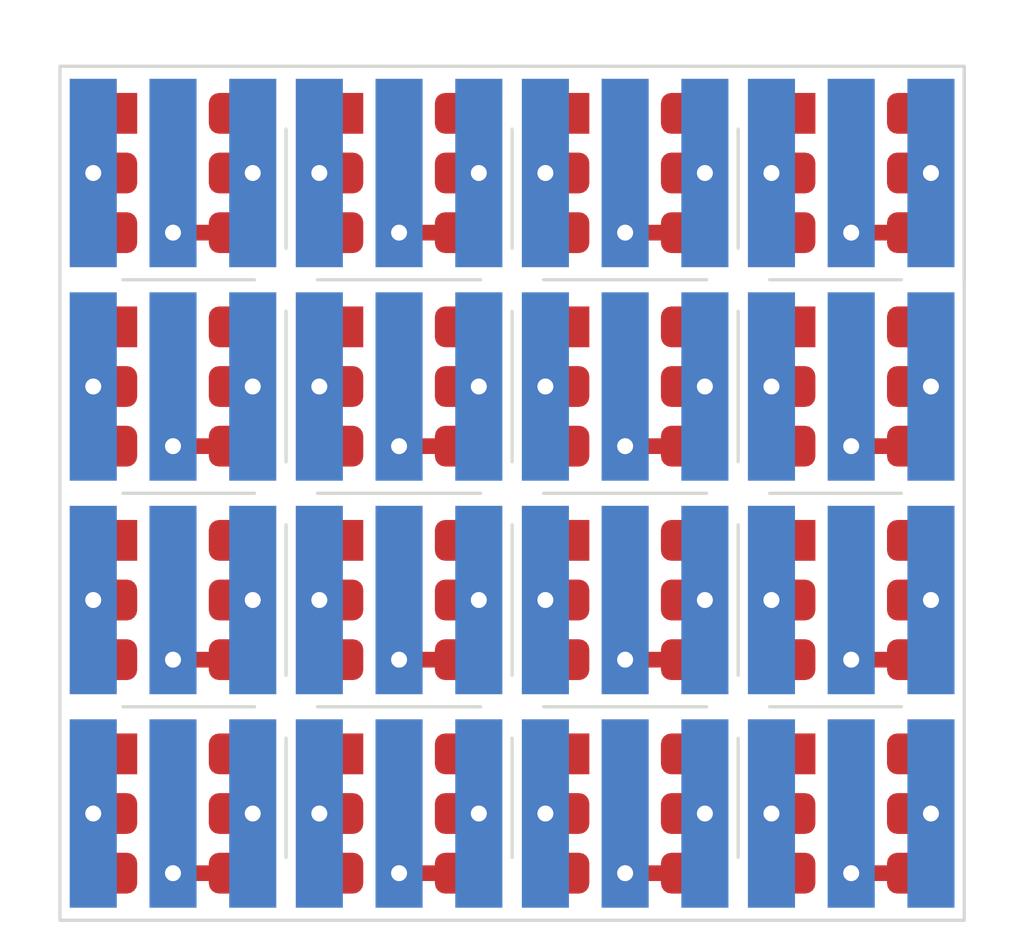
<source format=kicad_pcb>
(kicad_pcb (version 20171130) (host pcbnew "(5.1.10)-1")

  (general
    (thickness 0.2)
    (drawings 29)
    (tracks 144)
    (zones 0)
    (modules 32)
    (nets 6)
  )

  (page A4)
  (layers
    (0 F.Cu signal)
    (31 B.Cu signal)
    (32 B.Adhes user)
    (33 F.Adhes user)
    (34 B.Paste user)
    (35 F.Paste user)
    (36 B.SilkS user)
    (37 F.SilkS user)
    (38 B.Mask user)
    (39 F.Mask user)
    (40 Dwgs.User user)
    (41 Cmts.User user)
    (42 Eco1.User user)
    (43 Eco2.User user)
    (44 Edge.Cuts user)
    (45 Margin user)
    (46 B.CrtYd user hide)
    (47 F.CrtYd user hide)
    (48 B.Fab user hide)
    (49 F.Fab user)
  )

  (setup
    (last_trace_width 0.25)
    (trace_clearance 0.2)
    (zone_clearance 0.508)
    (zone_45_only no)
    (trace_min 0.05)
    (via_size 0.508)
    (via_drill 0.254)
    (via_min_size 0.508)
    (via_min_drill 0.254)
    (uvia_size 0.3)
    (uvia_drill 0.1)
    (uvias_allowed no)
    (uvia_min_size 0.2)
    (uvia_min_drill 0.1)
    (edge_width 0.05)
    (segment_width 0.2)
    (pcb_text_width 0.3)
    (pcb_text_size 1.5 1.5)
    (mod_edge_width 0.12)
    (mod_text_size 1 1)
    (mod_text_width 0.15)
    (pad_size 0.9 0.8)
    (pad_drill 0)
    (pad_to_mask_clearance 0)
    (aux_axis_origin 0 0)
    (visible_elements FFFFFF7F)
    (pcbplotparams
      (layerselection 0x010fc_ffffffff)
      (usegerberextensions false)
      (usegerberattributes true)
      (usegerberadvancedattributes true)
      (creategerberjobfile true)
      (excludeedgelayer true)
      (linewidth 0.100000)
      (plotframeref false)
      (viasonmask false)
      (mode 1)
      (useauxorigin false)
      (hpglpennumber 1)
      (hpglpenspeed 20)
      (hpglpendiameter 15.000000)
      (psnegative false)
      (psa4output false)
      (plotreference true)
      (plotvalue true)
      (plotinvisibletext false)
      (padsonsilk false)
      (subtractmaskfromsilk false)
      (outputformat 1)
      (mirror false)
      (drillshape 1)
      (scaleselection 1)
      (outputdirectory ""))
  )

  (net 0 "")
  (net 1 "Net-(U1-Pad3)")
  (net 2 "Net-(U1-Pad1)")
  (net 3 "Net-(J2-Pad2)")
  (net 4 "Net-(J2-Pad3)")
  (net 5 "Net-(J2-Pad1)")

  (net_class Default "This is the default net class."
    (clearance 0.2)
    (trace_width 0.25)
    (via_dia 0.508)
    (via_drill 0.254)
    (uvia_dia 0.3)
    (uvia_drill 0.1)
    (add_net "Net-(J2-Pad1)")
    (add_net "Net-(J2-Pad2)")
    (add_net "Net-(J2-Pad3)")
    (add_net "Net-(U1-Pad1)")
    (add_net "Net-(U1-Pad3)")
  )

  (module Package_TO_SOT_THT:TO-92_Inline (layer B.Cu) (tedit 622022A1) (tstamp 62209780)
    (at 112.07 110.2 180)
    (descr "TO-92 leads in-line, narrow, oval pads, drill 0.75mm (see NXP sot054_po.pdf)")
    (tags "to-92 sc-43 sc-43a sot54 PA33 transistor")
    (path /6220353C)
    (fp_text reference J2 (at 1.27 3.56 180) (layer B.SilkS) hide
      (effects (font (size 1 1) (thickness 0.15)) (justify mirror))
    )
    (fp_text value Conn_VDG (at 1.27 -2.79 180) (layer B.Fab) hide
      (effects (font (size 1 1) (thickness 0.15)) (justify mirror))
    )
    (fp_arc (start 1.27 0) (end 1.27 2.48) (angle 135) (layer B.Fab) (width 0.1))
    (fp_arc (start 1.27 0) (end 1.27 2.48) (angle -135) (layer B.Fab) (width 0.1))
    (fp_text user %R (at 1.27 0 180) (layer B.Fab) hide
      (effects (font (size 1 1) (thickness 0.15)) (justify mirror))
    )
    (fp_line (start -0.5 -1.75) (end 3 -1.75) (layer B.Fab) (width 0.1))
    (fp_line (start -1.46 2.73) (end 4 2.73) (layer B.CrtYd) (width 0.05))
    (fp_line (start -1.46 2.73) (end -1.46 -2.01) (layer B.CrtYd) (width 0.05))
    (fp_line (start 4 -2.01) (end 4 2.73) (layer B.CrtYd) (width 0.05))
    (fp_line (start 4 -2.01) (end -1.46 -2.01) (layer B.CrtYd) (width 0.05))
    (pad 1 smd rect (at 0 0 180) (size 0.75 3) (layers B.Cu B.Paste B.Mask)
      (net 5 "Net-(J2-Pad1)"))
    (pad 3 smd rect (at 2.54 0 180) (size 0.75 3) (layers B.Cu B.Paste B.Mask)
      (net 4 "Net-(J2-Pad3)"))
    (pad 2 smd rect (at 1.27 0 180) (size 0.75 3) (layers B.Cu B.Paste B.Mask)
      (net 3 "Net-(J2-Pad2)"))
    (model ${KISYS3DMOD}/Package_TO_SOT_THT.3dshapes/TO-92_Inline.wrl
      (offset (xyz 0 0 0.25))
      (scale (xyz 1 1 1))
      (rotate (xyz 90 0 0))
    )
  )

  (module Package_TO_SOT_THT:TO-92_Inline (layer B.Cu) (tedit 622022A1) (tstamp 62209764)
    (at 108.47 110.2 180)
    (descr "TO-92 leads in-line, narrow, oval pads, drill 0.75mm (see NXP sot054_po.pdf)")
    (tags "to-92 sc-43 sc-43a sot54 PA33 transistor")
    (path /6220353C)
    (fp_text reference J2 (at 1.27 3.56 180) (layer B.SilkS) hide
      (effects (font (size 1 1) (thickness 0.15)) (justify mirror))
    )
    (fp_text value Conn_VDG (at 1.27 -2.79 180) (layer B.Fab) hide
      (effects (font (size 1 1) (thickness 0.15)) (justify mirror))
    )
    (fp_arc (start 1.27 0) (end 1.27 2.48) (angle 135) (layer B.Fab) (width 0.1))
    (fp_arc (start 1.27 0) (end 1.27 2.48) (angle -135) (layer B.Fab) (width 0.1))
    (fp_text user %R (at 1.27 0 180) (layer B.Fab) hide
      (effects (font (size 1 1) (thickness 0.15)) (justify mirror))
    )
    (fp_line (start -0.5 -1.75) (end 3 -1.75) (layer B.Fab) (width 0.1))
    (fp_line (start -1.46 2.73) (end 4 2.73) (layer B.CrtYd) (width 0.05))
    (fp_line (start -1.46 2.73) (end -1.46 -2.01) (layer B.CrtYd) (width 0.05))
    (fp_line (start 4 -2.01) (end 4 2.73) (layer B.CrtYd) (width 0.05))
    (fp_line (start 4 -2.01) (end -1.46 -2.01) (layer B.CrtYd) (width 0.05))
    (pad 1 smd rect (at 0 0 180) (size 0.75 3) (layers B.Cu B.Paste B.Mask)
      (net 5 "Net-(J2-Pad1)"))
    (pad 3 smd rect (at 2.54 0 180) (size 0.75 3) (layers B.Cu B.Paste B.Mask)
      (net 4 "Net-(J2-Pad3)"))
    (pad 2 smd rect (at 1.27 0 180) (size 0.75 3) (layers B.Cu B.Paste B.Mask)
      (net 3 "Net-(J2-Pad2)"))
    (model ${KISYS3DMOD}/Package_TO_SOT_THT.3dshapes/TO-92_Inline.wrl
      (offset (xyz 0 0 0.25))
      (scale (xyz 1 1 1))
      (rotate (xyz 90 0 0))
    )
  )

  (module Package_TO_SOT_THT:TO-92_Inline (layer B.Cu) (tedit 622022A1) (tstamp 62209748)
    (at 104.87 110.2 180)
    (descr "TO-92 leads in-line, narrow, oval pads, drill 0.75mm (see NXP sot054_po.pdf)")
    (tags "to-92 sc-43 sc-43a sot54 PA33 transistor")
    (path /6220353C)
    (fp_text reference J2 (at 1.27 3.56 180) (layer B.SilkS) hide
      (effects (font (size 1 1) (thickness 0.15)) (justify mirror))
    )
    (fp_text value Conn_VDG (at 1.27 -2.79 180) (layer B.Fab) hide
      (effects (font (size 1 1) (thickness 0.15)) (justify mirror))
    )
    (fp_arc (start 1.27 0) (end 1.27 2.48) (angle 135) (layer B.Fab) (width 0.1))
    (fp_arc (start 1.27 0) (end 1.27 2.48) (angle -135) (layer B.Fab) (width 0.1))
    (fp_text user %R (at 1.27 0 180) (layer B.Fab) hide
      (effects (font (size 1 1) (thickness 0.15)) (justify mirror))
    )
    (fp_line (start -0.5 -1.75) (end 3 -1.75) (layer B.Fab) (width 0.1))
    (fp_line (start -1.46 2.73) (end 4 2.73) (layer B.CrtYd) (width 0.05))
    (fp_line (start -1.46 2.73) (end -1.46 -2.01) (layer B.CrtYd) (width 0.05))
    (fp_line (start 4 -2.01) (end 4 2.73) (layer B.CrtYd) (width 0.05))
    (fp_line (start 4 -2.01) (end -1.46 -2.01) (layer B.CrtYd) (width 0.05))
    (pad 1 smd rect (at 0 0 180) (size 0.75 3) (layers B.Cu B.Paste B.Mask)
      (net 5 "Net-(J2-Pad1)"))
    (pad 3 smd rect (at 2.54 0 180) (size 0.75 3) (layers B.Cu B.Paste B.Mask)
      (net 4 "Net-(J2-Pad3)"))
    (pad 2 smd rect (at 1.27 0 180) (size 0.75 3) (layers B.Cu B.Paste B.Mask)
      (net 3 "Net-(J2-Pad2)"))
    (model ${KISYS3DMOD}/Package_TO_SOT_THT.3dshapes/TO-92_Inline.wrl
      (offset (xyz 0 0 0.25))
      (scale (xyz 1 1 1))
      (rotate (xyz 90 0 0))
    )
  )

  (module Package_TO_SOT_THT:TO-92_Inline (layer B.Cu) (tedit 622022A1) (tstamp 6220972C)
    (at 101.27 110.2 180)
    (descr "TO-92 leads in-line, narrow, oval pads, drill 0.75mm (see NXP sot054_po.pdf)")
    (tags "to-92 sc-43 sc-43a sot54 PA33 transistor")
    (path /6220353C)
    (fp_text reference J2 (at 1.27 3.56 180) (layer B.SilkS) hide
      (effects (font (size 1 1) (thickness 0.15)) (justify mirror))
    )
    (fp_text value Conn_VDG (at 1.27 -2.79 180) (layer B.Fab) hide
      (effects (font (size 1 1) (thickness 0.15)) (justify mirror))
    )
    (fp_arc (start 1.27 0) (end 1.27 2.48) (angle 135) (layer B.Fab) (width 0.1))
    (fp_arc (start 1.27 0) (end 1.27 2.48) (angle -135) (layer B.Fab) (width 0.1))
    (fp_text user %R (at 1.27 0 180) (layer B.Fab) hide
      (effects (font (size 1 1) (thickness 0.15)) (justify mirror))
    )
    (fp_line (start -0.5 -1.75) (end 3 -1.75) (layer B.Fab) (width 0.1))
    (fp_line (start -1.46 2.73) (end 4 2.73) (layer B.CrtYd) (width 0.05))
    (fp_line (start -1.46 2.73) (end -1.46 -2.01) (layer B.CrtYd) (width 0.05))
    (fp_line (start 4 -2.01) (end 4 2.73) (layer B.CrtYd) (width 0.05))
    (fp_line (start 4 -2.01) (end -1.46 -2.01) (layer B.CrtYd) (width 0.05))
    (pad 1 smd rect (at 0 0 180) (size 0.75 3) (layers B.Cu B.Paste B.Mask)
      (net 5 "Net-(J2-Pad1)"))
    (pad 3 smd rect (at 2.54 0 180) (size 0.75 3) (layers B.Cu B.Paste B.Mask)
      (net 4 "Net-(J2-Pad3)"))
    (pad 2 smd rect (at 1.27 0 180) (size 0.75 3) (layers B.Cu B.Paste B.Mask)
      (net 3 "Net-(J2-Pad2)"))
    (model ${KISYS3DMOD}/Package_TO_SOT_THT.3dshapes/TO-92_Inline.wrl
      (offset (xyz 0 0 0.25))
      (scale (xyz 1 1 1))
      (rotate (xyz 90 0 0))
    )
  )

  (module Package_TO_SOT_THT:TO-92_Inline (layer B.Cu) (tedit 622022A1) (tstamp 62209710)
    (at 112.07 106.8 180)
    (descr "TO-92 leads in-line, narrow, oval pads, drill 0.75mm (see NXP sot054_po.pdf)")
    (tags "to-92 sc-43 sc-43a sot54 PA33 transistor")
    (path /6220353C)
    (fp_text reference J2 (at 1.27 3.56 180) (layer B.SilkS) hide
      (effects (font (size 1 1) (thickness 0.15)) (justify mirror))
    )
    (fp_text value Conn_VDG (at 1.27 -2.79 180) (layer B.Fab) hide
      (effects (font (size 1 1) (thickness 0.15)) (justify mirror))
    )
    (fp_arc (start 1.27 0) (end 1.27 2.48) (angle 135) (layer B.Fab) (width 0.1))
    (fp_arc (start 1.27 0) (end 1.27 2.48) (angle -135) (layer B.Fab) (width 0.1))
    (fp_text user %R (at 1.27 0 180) (layer B.Fab) hide
      (effects (font (size 1 1) (thickness 0.15)) (justify mirror))
    )
    (fp_line (start -0.5 -1.75) (end 3 -1.75) (layer B.Fab) (width 0.1))
    (fp_line (start -1.46 2.73) (end 4 2.73) (layer B.CrtYd) (width 0.05))
    (fp_line (start -1.46 2.73) (end -1.46 -2.01) (layer B.CrtYd) (width 0.05))
    (fp_line (start 4 -2.01) (end 4 2.73) (layer B.CrtYd) (width 0.05))
    (fp_line (start 4 -2.01) (end -1.46 -2.01) (layer B.CrtYd) (width 0.05))
    (pad 1 smd rect (at 0 0 180) (size 0.75 3) (layers B.Cu B.Paste B.Mask)
      (net 5 "Net-(J2-Pad1)"))
    (pad 3 smd rect (at 2.54 0 180) (size 0.75 3) (layers B.Cu B.Paste B.Mask)
      (net 4 "Net-(J2-Pad3)"))
    (pad 2 smd rect (at 1.27 0 180) (size 0.75 3) (layers B.Cu B.Paste B.Mask)
      (net 3 "Net-(J2-Pad2)"))
    (model ${KISYS3DMOD}/Package_TO_SOT_THT.3dshapes/TO-92_Inline.wrl
      (offset (xyz 0 0 0.25))
      (scale (xyz 1 1 1))
      (rotate (xyz 90 0 0))
    )
  )

  (module Package_TO_SOT_THT:TO-92_Inline (layer B.Cu) (tedit 622022A1) (tstamp 622096F4)
    (at 108.47 106.8 180)
    (descr "TO-92 leads in-line, narrow, oval pads, drill 0.75mm (see NXP sot054_po.pdf)")
    (tags "to-92 sc-43 sc-43a sot54 PA33 transistor")
    (path /6220353C)
    (fp_text reference J2 (at 1.27 3.56 180) (layer B.SilkS) hide
      (effects (font (size 1 1) (thickness 0.15)) (justify mirror))
    )
    (fp_text value Conn_VDG (at 1.27 -2.79 180) (layer B.Fab) hide
      (effects (font (size 1 1) (thickness 0.15)) (justify mirror))
    )
    (fp_arc (start 1.27 0) (end 1.27 2.48) (angle 135) (layer B.Fab) (width 0.1))
    (fp_arc (start 1.27 0) (end 1.27 2.48) (angle -135) (layer B.Fab) (width 0.1))
    (fp_text user %R (at 1.27 0 180) (layer B.Fab) hide
      (effects (font (size 1 1) (thickness 0.15)) (justify mirror))
    )
    (fp_line (start -0.5 -1.75) (end 3 -1.75) (layer B.Fab) (width 0.1))
    (fp_line (start -1.46 2.73) (end 4 2.73) (layer B.CrtYd) (width 0.05))
    (fp_line (start -1.46 2.73) (end -1.46 -2.01) (layer B.CrtYd) (width 0.05))
    (fp_line (start 4 -2.01) (end 4 2.73) (layer B.CrtYd) (width 0.05))
    (fp_line (start 4 -2.01) (end -1.46 -2.01) (layer B.CrtYd) (width 0.05))
    (pad 1 smd rect (at 0 0 180) (size 0.75 3) (layers B.Cu B.Paste B.Mask)
      (net 5 "Net-(J2-Pad1)"))
    (pad 3 smd rect (at 2.54 0 180) (size 0.75 3) (layers B.Cu B.Paste B.Mask)
      (net 4 "Net-(J2-Pad3)"))
    (pad 2 smd rect (at 1.27 0 180) (size 0.75 3) (layers B.Cu B.Paste B.Mask)
      (net 3 "Net-(J2-Pad2)"))
    (model ${KISYS3DMOD}/Package_TO_SOT_THT.3dshapes/TO-92_Inline.wrl
      (offset (xyz 0 0 0.25))
      (scale (xyz 1 1 1))
      (rotate (xyz 90 0 0))
    )
  )

  (module Package_TO_SOT_THT:TO-92_Inline (layer B.Cu) (tedit 622022A1) (tstamp 622096D8)
    (at 104.87 106.8 180)
    (descr "TO-92 leads in-line, narrow, oval pads, drill 0.75mm (see NXP sot054_po.pdf)")
    (tags "to-92 sc-43 sc-43a sot54 PA33 transistor")
    (path /6220353C)
    (fp_text reference J2 (at 1.27 3.56 180) (layer B.SilkS) hide
      (effects (font (size 1 1) (thickness 0.15)) (justify mirror))
    )
    (fp_text value Conn_VDG (at 1.27 -2.79 180) (layer B.Fab) hide
      (effects (font (size 1 1) (thickness 0.15)) (justify mirror))
    )
    (fp_arc (start 1.27 0) (end 1.27 2.48) (angle 135) (layer B.Fab) (width 0.1))
    (fp_arc (start 1.27 0) (end 1.27 2.48) (angle -135) (layer B.Fab) (width 0.1))
    (fp_text user %R (at 1.27 0 180) (layer B.Fab) hide
      (effects (font (size 1 1) (thickness 0.15)) (justify mirror))
    )
    (fp_line (start -0.5 -1.75) (end 3 -1.75) (layer B.Fab) (width 0.1))
    (fp_line (start -1.46 2.73) (end 4 2.73) (layer B.CrtYd) (width 0.05))
    (fp_line (start -1.46 2.73) (end -1.46 -2.01) (layer B.CrtYd) (width 0.05))
    (fp_line (start 4 -2.01) (end 4 2.73) (layer B.CrtYd) (width 0.05))
    (fp_line (start 4 -2.01) (end -1.46 -2.01) (layer B.CrtYd) (width 0.05))
    (pad 1 smd rect (at 0 0 180) (size 0.75 3) (layers B.Cu B.Paste B.Mask)
      (net 5 "Net-(J2-Pad1)"))
    (pad 3 smd rect (at 2.54 0 180) (size 0.75 3) (layers B.Cu B.Paste B.Mask)
      (net 4 "Net-(J2-Pad3)"))
    (pad 2 smd rect (at 1.27 0 180) (size 0.75 3) (layers B.Cu B.Paste B.Mask)
      (net 3 "Net-(J2-Pad2)"))
    (model ${KISYS3DMOD}/Package_TO_SOT_THT.3dshapes/TO-92_Inline.wrl
      (offset (xyz 0 0 0.25))
      (scale (xyz 1 1 1))
      (rotate (xyz 90 0 0))
    )
  )

  (module Package_TO_SOT_THT:TO-92_Inline (layer B.Cu) (tedit 622022A1) (tstamp 622096BC)
    (at 101.27 106.8 180)
    (descr "TO-92 leads in-line, narrow, oval pads, drill 0.75mm (see NXP sot054_po.pdf)")
    (tags "to-92 sc-43 sc-43a sot54 PA33 transistor")
    (path /6220353C)
    (fp_text reference J2 (at 1.27 3.56 180) (layer B.SilkS) hide
      (effects (font (size 1 1) (thickness 0.15)) (justify mirror))
    )
    (fp_text value Conn_VDG (at 1.27 -2.79 180) (layer B.Fab) hide
      (effects (font (size 1 1) (thickness 0.15)) (justify mirror))
    )
    (fp_arc (start 1.27 0) (end 1.27 2.48) (angle 135) (layer B.Fab) (width 0.1))
    (fp_arc (start 1.27 0) (end 1.27 2.48) (angle -135) (layer B.Fab) (width 0.1))
    (fp_text user %R (at 1.27 0 180) (layer B.Fab) hide
      (effects (font (size 1 1) (thickness 0.15)) (justify mirror))
    )
    (fp_line (start -0.5 -1.75) (end 3 -1.75) (layer B.Fab) (width 0.1))
    (fp_line (start -1.46 2.73) (end 4 2.73) (layer B.CrtYd) (width 0.05))
    (fp_line (start -1.46 2.73) (end -1.46 -2.01) (layer B.CrtYd) (width 0.05))
    (fp_line (start 4 -2.01) (end 4 2.73) (layer B.CrtYd) (width 0.05))
    (fp_line (start 4 -2.01) (end -1.46 -2.01) (layer B.CrtYd) (width 0.05))
    (pad 1 smd rect (at 0 0 180) (size 0.75 3) (layers B.Cu B.Paste B.Mask)
      (net 5 "Net-(J2-Pad1)"))
    (pad 3 smd rect (at 2.54 0 180) (size 0.75 3) (layers B.Cu B.Paste B.Mask)
      (net 4 "Net-(J2-Pad3)"))
    (pad 2 smd rect (at 1.27 0 180) (size 0.75 3) (layers B.Cu B.Paste B.Mask)
      (net 3 "Net-(J2-Pad2)"))
    (model ${KISYS3DMOD}/Package_TO_SOT_THT.3dshapes/TO-92_Inline.wrl
      (offset (xyz 0 0 0.25))
      (scale (xyz 1 1 1))
      (rotate (xyz 90 0 0))
    )
  )

  (module Package_TO_SOT_THT:TO-92_Inline (layer B.Cu) (tedit 622022A1) (tstamp 622096A0)
    (at 112.07 103.4 180)
    (descr "TO-92 leads in-line, narrow, oval pads, drill 0.75mm (see NXP sot054_po.pdf)")
    (tags "to-92 sc-43 sc-43a sot54 PA33 transistor")
    (path /6220353C)
    (fp_text reference J2 (at 1.27 3.56 180) (layer B.SilkS) hide
      (effects (font (size 1 1) (thickness 0.15)) (justify mirror))
    )
    (fp_text value Conn_VDG (at 1.27 -2.79 180) (layer B.Fab) hide
      (effects (font (size 1 1) (thickness 0.15)) (justify mirror))
    )
    (fp_arc (start 1.27 0) (end 1.27 2.48) (angle 135) (layer B.Fab) (width 0.1))
    (fp_arc (start 1.27 0) (end 1.27 2.48) (angle -135) (layer B.Fab) (width 0.1))
    (fp_text user %R (at 1.27 0 180) (layer B.Fab) hide
      (effects (font (size 1 1) (thickness 0.15)) (justify mirror))
    )
    (fp_line (start -0.5 -1.75) (end 3 -1.75) (layer B.Fab) (width 0.1))
    (fp_line (start -1.46 2.73) (end 4 2.73) (layer B.CrtYd) (width 0.05))
    (fp_line (start -1.46 2.73) (end -1.46 -2.01) (layer B.CrtYd) (width 0.05))
    (fp_line (start 4 -2.01) (end 4 2.73) (layer B.CrtYd) (width 0.05))
    (fp_line (start 4 -2.01) (end -1.46 -2.01) (layer B.CrtYd) (width 0.05))
    (pad 1 smd rect (at 0 0 180) (size 0.75 3) (layers B.Cu B.Paste B.Mask)
      (net 5 "Net-(J2-Pad1)"))
    (pad 3 smd rect (at 2.54 0 180) (size 0.75 3) (layers B.Cu B.Paste B.Mask)
      (net 4 "Net-(J2-Pad3)"))
    (pad 2 smd rect (at 1.27 0 180) (size 0.75 3) (layers B.Cu B.Paste B.Mask)
      (net 3 "Net-(J2-Pad2)"))
    (model ${KISYS3DMOD}/Package_TO_SOT_THT.3dshapes/TO-92_Inline.wrl
      (offset (xyz 0 0 0.25))
      (scale (xyz 1 1 1))
      (rotate (xyz 90 0 0))
    )
  )

  (module Package_TO_SOT_THT:TO-92_Inline (layer B.Cu) (tedit 622022A1) (tstamp 62209684)
    (at 108.47 103.4 180)
    (descr "TO-92 leads in-line, narrow, oval pads, drill 0.75mm (see NXP sot054_po.pdf)")
    (tags "to-92 sc-43 sc-43a sot54 PA33 transistor")
    (path /6220353C)
    (fp_text reference J2 (at 1.27 3.56 180) (layer B.SilkS) hide
      (effects (font (size 1 1) (thickness 0.15)) (justify mirror))
    )
    (fp_text value Conn_VDG (at 1.27 -2.79 180) (layer B.Fab) hide
      (effects (font (size 1 1) (thickness 0.15)) (justify mirror))
    )
    (fp_arc (start 1.27 0) (end 1.27 2.48) (angle 135) (layer B.Fab) (width 0.1))
    (fp_arc (start 1.27 0) (end 1.27 2.48) (angle -135) (layer B.Fab) (width 0.1))
    (fp_text user %R (at 1.27 0 180) (layer B.Fab) hide
      (effects (font (size 1 1) (thickness 0.15)) (justify mirror))
    )
    (fp_line (start -0.5 -1.75) (end 3 -1.75) (layer B.Fab) (width 0.1))
    (fp_line (start -1.46 2.73) (end 4 2.73) (layer B.CrtYd) (width 0.05))
    (fp_line (start -1.46 2.73) (end -1.46 -2.01) (layer B.CrtYd) (width 0.05))
    (fp_line (start 4 -2.01) (end 4 2.73) (layer B.CrtYd) (width 0.05))
    (fp_line (start 4 -2.01) (end -1.46 -2.01) (layer B.CrtYd) (width 0.05))
    (pad 1 smd rect (at 0 0 180) (size 0.75 3) (layers B.Cu B.Paste B.Mask)
      (net 5 "Net-(J2-Pad1)"))
    (pad 3 smd rect (at 2.54 0 180) (size 0.75 3) (layers B.Cu B.Paste B.Mask)
      (net 4 "Net-(J2-Pad3)"))
    (pad 2 smd rect (at 1.27 0 180) (size 0.75 3) (layers B.Cu B.Paste B.Mask)
      (net 3 "Net-(J2-Pad2)"))
    (model ${KISYS3DMOD}/Package_TO_SOT_THT.3dshapes/TO-92_Inline.wrl
      (offset (xyz 0 0 0.25))
      (scale (xyz 1 1 1))
      (rotate (xyz 90 0 0))
    )
  )

  (module Package_TO_SOT_THT:TO-92_Inline (layer B.Cu) (tedit 622022A1) (tstamp 62209668)
    (at 104.87 103.4 180)
    (descr "TO-92 leads in-line, narrow, oval pads, drill 0.75mm (see NXP sot054_po.pdf)")
    (tags "to-92 sc-43 sc-43a sot54 PA33 transistor")
    (path /6220353C)
    (fp_text reference J2 (at 1.27 3.56 180) (layer B.SilkS) hide
      (effects (font (size 1 1) (thickness 0.15)) (justify mirror))
    )
    (fp_text value Conn_VDG (at 1.27 -2.79 180) (layer B.Fab) hide
      (effects (font (size 1 1) (thickness 0.15)) (justify mirror))
    )
    (fp_arc (start 1.27 0) (end 1.27 2.48) (angle 135) (layer B.Fab) (width 0.1))
    (fp_arc (start 1.27 0) (end 1.27 2.48) (angle -135) (layer B.Fab) (width 0.1))
    (fp_text user %R (at 1.27 0 180) (layer B.Fab) hide
      (effects (font (size 1 1) (thickness 0.15)) (justify mirror))
    )
    (fp_line (start -0.5 -1.75) (end 3 -1.75) (layer B.Fab) (width 0.1))
    (fp_line (start -1.46 2.73) (end 4 2.73) (layer B.CrtYd) (width 0.05))
    (fp_line (start -1.46 2.73) (end -1.46 -2.01) (layer B.CrtYd) (width 0.05))
    (fp_line (start 4 -2.01) (end 4 2.73) (layer B.CrtYd) (width 0.05))
    (fp_line (start 4 -2.01) (end -1.46 -2.01) (layer B.CrtYd) (width 0.05))
    (pad 1 smd rect (at 0 0 180) (size 0.75 3) (layers B.Cu B.Paste B.Mask)
      (net 5 "Net-(J2-Pad1)"))
    (pad 3 smd rect (at 2.54 0 180) (size 0.75 3) (layers B.Cu B.Paste B.Mask)
      (net 4 "Net-(J2-Pad3)"))
    (pad 2 smd rect (at 1.27 0 180) (size 0.75 3) (layers B.Cu B.Paste B.Mask)
      (net 3 "Net-(J2-Pad2)"))
    (model ${KISYS3DMOD}/Package_TO_SOT_THT.3dshapes/TO-92_Inline.wrl
      (offset (xyz 0 0 0.25))
      (scale (xyz 1 1 1))
      (rotate (xyz 90 0 0))
    )
  )

  (module Package_TO_SOT_THT:TO-92_Inline (layer B.Cu) (tedit 622022A1) (tstamp 6220964C)
    (at 101.27 103.4 180)
    (descr "TO-92 leads in-line, narrow, oval pads, drill 0.75mm (see NXP sot054_po.pdf)")
    (tags "to-92 sc-43 sc-43a sot54 PA33 transistor")
    (path /6220353C)
    (fp_text reference J2 (at 1.27 3.56 180) (layer B.SilkS) hide
      (effects (font (size 1 1) (thickness 0.15)) (justify mirror))
    )
    (fp_text value Conn_VDG (at 1.27 -2.79 180) (layer B.Fab) hide
      (effects (font (size 1 1) (thickness 0.15)) (justify mirror))
    )
    (fp_arc (start 1.27 0) (end 1.27 2.48) (angle 135) (layer B.Fab) (width 0.1))
    (fp_arc (start 1.27 0) (end 1.27 2.48) (angle -135) (layer B.Fab) (width 0.1))
    (fp_text user %R (at 1.27 0 180) (layer B.Fab) hide
      (effects (font (size 1 1) (thickness 0.15)) (justify mirror))
    )
    (fp_line (start -0.5 -1.75) (end 3 -1.75) (layer B.Fab) (width 0.1))
    (fp_line (start -1.46 2.73) (end 4 2.73) (layer B.CrtYd) (width 0.05))
    (fp_line (start -1.46 2.73) (end -1.46 -2.01) (layer B.CrtYd) (width 0.05))
    (fp_line (start 4 -2.01) (end 4 2.73) (layer B.CrtYd) (width 0.05))
    (fp_line (start 4 -2.01) (end -1.46 -2.01) (layer B.CrtYd) (width 0.05))
    (pad 1 smd rect (at 0 0 180) (size 0.75 3) (layers B.Cu B.Paste B.Mask)
      (net 5 "Net-(J2-Pad1)"))
    (pad 3 smd rect (at 2.54 0 180) (size 0.75 3) (layers B.Cu B.Paste B.Mask)
      (net 4 "Net-(J2-Pad3)"))
    (pad 2 smd rect (at 1.27 0 180) (size 0.75 3) (layers B.Cu B.Paste B.Mask)
      (net 3 "Net-(J2-Pad2)"))
    (model ${KISYS3DMOD}/Package_TO_SOT_THT.3dshapes/TO-92_Inline.wrl
      (offset (xyz 0 0 0.25))
      (scale (xyz 1 1 1))
      (rotate (xyz 90 0 0))
    )
  )

  (module Package_TO_SOT_THT:TO-92_Inline (layer B.Cu) (tedit 622022A1) (tstamp 62209630)
    (at 112.07 100 180)
    (descr "TO-92 leads in-line, narrow, oval pads, drill 0.75mm (see NXP sot054_po.pdf)")
    (tags "to-92 sc-43 sc-43a sot54 PA33 transistor")
    (path /6220353C)
    (fp_text reference J2 (at 1.27 3.56 180) (layer B.SilkS) hide
      (effects (font (size 1 1) (thickness 0.15)) (justify mirror))
    )
    (fp_text value Conn_VDG (at 1.27 -2.79 180) (layer B.Fab) hide
      (effects (font (size 1 1) (thickness 0.15)) (justify mirror))
    )
    (fp_arc (start 1.27 0) (end 1.27 2.48) (angle 135) (layer B.Fab) (width 0.1))
    (fp_arc (start 1.27 0) (end 1.27 2.48) (angle -135) (layer B.Fab) (width 0.1))
    (fp_text user %R (at 1.27 0 180) (layer B.Fab) hide
      (effects (font (size 1 1) (thickness 0.15)) (justify mirror))
    )
    (fp_line (start -0.5 -1.75) (end 3 -1.75) (layer B.Fab) (width 0.1))
    (fp_line (start -1.46 2.73) (end 4 2.73) (layer B.CrtYd) (width 0.05))
    (fp_line (start -1.46 2.73) (end -1.46 -2.01) (layer B.CrtYd) (width 0.05))
    (fp_line (start 4 -2.01) (end 4 2.73) (layer B.CrtYd) (width 0.05))
    (fp_line (start 4 -2.01) (end -1.46 -2.01) (layer B.CrtYd) (width 0.05))
    (pad 1 smd rect (at 0 0 180) (size 0.75 3) (layers B.Cu B.Paste B.Mask)
      (net 5 "Net-(J2-Pad1)"))
    (pad 3 smd rect (at 2.54 0 180) (size 0.75 3) (layers B.Cu B.Paste B.Mask)
      (net 4 "Net-(J2-Pad3)"))
    (pad 2 smd rect (at 1.27 0 180) (size 0.75 3) (layers B.Cu B.Paste B.Mask)
      (net 3 "Net-(J2-Pad2)"))
    (model ${KISYS3DMOD}/Package_TO_SOT_THT.3dshapes/TO-92_Inline.wrl
      (offset (xyz 0 0 0.25))
      (scale (xyz 1 1 1))
      (rotate (xyz 90 0 0))
    )
  )

  (module Package_TO_SOT_THT:TO-92_Inline (layer B.Cu) (tedit 622022A1) (tstamp 62209614)
    (at 108.47 100 180)
    (descr "TO-92 leads in-line, narrow, oval pads, drill 0.75mm (see NXP sot054_po.pdf)")
    (tags "to-92 sc-43 sc-43a sot54 PA33 transistor")
    (path /6220353C)
    (fp_text reference J2 (at 1.27 3.56 180) (layer B.SilkS) hide
      (effects (font (size 1 1) (thickness 0.15)) (justify mirror))
    )
    (fp_text value Conn_VDG (at 1.27 -2.79 180) (layer B.Fab) hide
      (effects (font (size 1 1) (thickness 0.15)) (justify mirror))
    )
    (fp_arc (start 1.27 0) (end 1.27 2.48) (angle 135) (layer B.Fab) (width 0.1))
    (fp_arc (start 1.27 0) (end 1.27 2.48) (angle -135) (layer B.Fab) (width 0.1))
    (fp_text user %R (at 1.27 0 180) (layer B.Fab) hide
      (effects (font (size 1 1) (thickness 0.15)) (justify mirror))
    )
    (fp_line (start -0.5 -1.75) (end 3 -1.75) (layer B.Fab) (width 0.1))
    (fp_line (start -1.46 2.73) (end 4 2.73) (layer B.CrtYd) (width 0.05))
    (fp_line (start -1.46 2.73) (end -1.46 -2.01) (layer B.CrtYd) (width 0.05))
    (fp_line (start 4 -2.01) (end 4 2.73) (layer B.CrtYd) (width 0.05))
    (fp_line (start 4 -2.01) (end -1.46 -2.01) (layer B.CrtYd) (width 0.05))
    (pad 1 smd rect (at 0 0 180) (size 0.75 3) (layers B.Cu B.Paste B.Mask)
      (net 5 "Net-(J2-Pad1)"))
    (pad 3 smd rect (at 2.54 0 180) (size 0.75 3) (layers B.Cu B.Paste B.Mask)
      (net 4 "Net-(J2-Pad3)"))
    (pad 2 smd rect (at 1.27 0 180) (size 0.75 3) (layers B.Cu B.Paste B.Mask)
      (net 3 "Net-(J2-Pad2)"))
    (model ${KISYS3DMOD}/Package_TO_SOT_THT.3dshapes/TO-92_Inline.wrl
      (offset (xyz 0 0 0.25))
      (scale (xyz 1 1 1))
      (rotate (xyz 90 0 0))
    )
  )

  (module Package_TO_SOT_THT:TO-92_Inline (layer B.Cu) (tedit 622022A1) (tstamp 622095F8)
    (at 104.87 100 180)
    (descr "TO-92 leads in-line, narrow, oval pads, drill 0.75mm (see NXP sot054_po.pdf)")
    (tags "to-92 sc-43 sc-43a sot54 PA33 transistor")
    (path /6220353C)
    (fp_text reference J2 (at 1.27 3.56 180) (layer B.SilkS) hide
      (effects (font (size 1 1) (thickness 0.15)) (justify mirror))
    )
    (fp_text value Conn_VDG (at 1.27 -2.79 180) (layer B.Fab) hide
      (effects (font (size 1 1) (thickness 0.15)) (justify mirror))
    )
    (fp_arc (start 1.27 0) (end 1.27 2.48) (angle 135) (layer B.Fab) (width 0.1))
    (fp_arc (start 1.27 0) (end 1.27 2.48) (angle -135) (layer B.Fab) (width 0.1))
    (fp_text user %R (at 1.27 0 180) (layer B.Fab) hide
      (effects (font (size 1 1) (thickness 0.15)) (justify mirror))
    )
    (fp_line (start -0.5 -1.75) (end 3 -1.75) (layer B.Fab) (width 0.1))
    (fp_line (start -1.46 2.73) (end 4 2.73) (layer B.CrtYd) (width 0.05))
    (fp_line (start -1.46 2.73) (end -1.46 -2.01) (layer B.CrtYd) (width 0.05))
    (fp_line (start 4 -2.01) (end 4 2.73) (layer B.CrtYd) (width 0.05))
    (fp_line (start 4 -2.01) (end -1.46 -2.01) (layer B.CrtYd) (width 0.05))
    (pad 1 smd rect (at 0 0 180) (size 0.75 3) (layers B.Cu B.Paste B.Mask)
      (net 5 "Net-(J2-Pad1)"))
    (pad 3 smd rect (at 2.54 0 180) (size 0.75 3) (layers B.Cu B.Paste B.Mask)
      (net 4 "Net-(J2-Pad3)"))
    (pad 2 smd rect (at 1.27 0 180) (size 0.75 3) (layers B.Cu B.Paste B.Mask)
      (net 3 "Net-(J2-Pad2)"))
    (model ${KISYS3DMOD}/Package_TO_SOT_THT.3dshapes/TO-92_Inline.wrl
      (offset (xyz 0 0 0.25))
      (scale (xyz 1 1 1))
      (rotate (xyz 90 0 0))
    )
  )

  (module Package_TO_SOT_SMD:SOT-23-6 (layer F.Cu) (tedit 6220299B) (tstamp 622095C4)
    (at 110.8 110.2)
    (descr "6-pin SOT-23 package")
    (tags SOT-23-6)
    (path /6220225A)
    (attr smd)
    (fp_text reference U1 (at 0 -2.9) (layer F.SilkS) hide
      (effects (font (size 1 1) (thickness 0.15)))
    )
    (fp_text value ATtiny4-TS (at 0 2.9) (layer F.Fab) hide
      (effects (font (size 1 1) (thickness 0.15)))
    )
    (fp_line (start 0.9 -1.55) (end 0.9 1.55) (layer F.Fab) (width 0.1))
    (fp_line (start 0.9 1.55) (end -0.9 1.55) (layer F.Fab) (width 0.1))
    (fp_line (start -0.9 -0.9) (end -0.9 1.55) (layer F.Fab) (width 0.1))
    (fp_line (start 0.9 -1.55) (end -0.25 -1.55) (layer F.Fab) (width 0.1))
    (fp_line (start -0.9 -0.9) (end -0.25 -1.55) (layer F.Fab) (width 0.1))
    (fp_line (start -1.9 -1.8) (end -1.9 1.8) (layer F.CrtYd) (width 0.05))
    (fp_line (start -1.9 1.8) (end 1.9 1.8) (layer F.CrtYd) (width 0.05))
    (fp_line (start 1.9 1.8) (end 1.9 -1.8) (layer F.CrtYd) (width 0.05))
    (fp_line (start 1.9 -1.8) (end -1.9 -1.8) (layer F.CrtYd) (width 0.05))
    (fp_text user %R (at 0 0 90) (layer F.Fab) hide
      (effects (font (size 0.5 0.5) (thickness 0.075)))
    )
    (pad 1 smd rect (at -1.1 -0.95) (size 1.06 0.65) (layers F.Cu F.Paste F.Mask)
      (net 2 "Net-(U1-Pad1)"))
    (pad 2 smd roundrect (at -1.1 0) (size 1.06 0.65) (layers F.Cu F.Paste F.Mask) (roundrect_rratio 0.25)
      (net 4 "Net-(J2-Pad3)"))
    (pad 3 smd roundrect (at -1.1 0.95) (size 1.06 0.65) (layers F.Cu F.Paste F.Mask) (roundrect_rratio 0.25)
      (net 1 "Net-(U1-Pad3)"))
    (pad 4 smd roundrect (at 1.1 0.95) (size 1.06 0.65) (layers F.Cu F.Paste F.Mask) (roundrect_rratio 0.25)
      (net 3 "Net-(J2-Pad2)"))
    (pad 6 smd roundrect (at 1.1 -0.95) (size 1.06 0.65) (layers F.Cu F.Paste F.Mask) (roundrect_rratio 0.25)
      (net 5 "Net-(J2-Pad1)"))
    (pad 5 smd roundrect (at 1.1 0) (size 1.06 0.65) (layers F.Cu F.Paste F.Mask) (roundrect_rratio 0.25)
      (net 5 "Net-(J2-Pad1)"))
    (model ${KISYS3DMOD}/Package_TO_SOT_SMD.3dshapes/SOT-23-6.wrl
      (at (xyz 0 0 0))
      (scale (xyz 1 1 1))
      (rotate (xyz 0 0 0))
    )
  )

  (module Package_TO_SOT_SMD:SOT-23-6 (layer F.Cu) (tedit 6220299B) (tstamp 6220959E)
    (at 107.2 110.2)
    (descr "6-pin SOT-23 package")
    (tags SOT-23-6)
    (path /6220225A)
    (attr smd)
    (fp_text reference U1 (at 0 -2.9) (layer F.SilkS) hide
      (effects (font (size 1 1) (thickness 0.15)))
    )
    (fp_text value ATtiny4-TS (at 0 2.9) (layer F.Fab) hide
      (effects (font (size 1 1) (thickness 0.15)))
    )
    (fp_line (start 0.9 -1.55) (end 0.9 1.55) (layer F.Fab) (width 0.1))
    (fp_line (start 0.9 1.55) (end -0.9 1.55) (layer F.Fab) (width 0.1))
    (fp_line (start -0.9 -0.9) (end -0.9 1.55) (layer F.Fab) (width 0.1))
    (fp_line (start 0.9 -1.55) (end -0.25 -1.55) (layer F.Fab) (width 0.1))
    (fp_line (start -0.9 -0.9) (end -0.25 -1.55) (layer F.Fab) (width 0.1))
    (fp_line (start -1.9 -1.8) (end -1.9 1.8) (layer F.CrtYd) (width 0.05))
    (fp_line (start -1.9 1.8) (end 1.9 1.8) (layer F.CrtYd) (width 0.05))
    (fp_line (start 1.9 1.8) (end 1.9 -1.8) (layer F.CrtYd) (width 0.05))
    (fp_line (start 1.9 -1.8) (end -1.9 -1.8) (layer F.CrtYd) (width 0.05))
    (fp_text user %R (at 0 0 90) (layer F.Fab) hide
      (effects (font (size 0.5 0.5) (thickness 0.075)))
    )
    (pad 1 smd rect (at -1.1 -0.95) (size 1.06 0.65) (layers F.Cu F.Paste F.Mask)
      (net 2 "Net-(U1-Pad1)"))
    (pad 2 smd roundrect (at -1.1 0) (size 1.06 0.65) (layers F.Cu F.Paste F.Mask) (roundrect_rratio 0.25)
      (net 4 "Net-(J2-Pad3)"))
    (pad 3 smd roundrect (at -1.1 0.95) (size 1.06 0.65) (layers F.Cu F.Paste F.Mask) (roundrect_rratio 0.25)
      (net 1 "Net-(U1-Pad3)"))
    (pad 4 smd roundrect (at 1.1 0.95) (size 1.06 0.65) (layers F.Cu F.Paste F.Mask) (roundrect_rratio 0.25)
      (net 3 "Net-(J2-Pad2)"))
    (pad 6 smd roundrect (at 1.1 -0.95) (size 1.06 0.65) (layers F.Cu F.Paste F.Mask) (roundrect_rratio 0.25)
      (net 5 "Net-(J2-Pad1)"))
    (pad 5 smd roundrect (at 1.1 0) (size 1.06 0.65) (layers F.Cu F.Paste F.Mask) (roundrect_rratio 0.25)
      (net 5 "Net-(J2-Pad1)"))
    (model ${KISYS3DMOD}/Package_TO_SOT_SMD.3dshapes/SOT-23-6.wrl
      (at (xyz 0 0 0))
      (scale (xyz 1 1 1))
      (rotate (xyz 0 0 0))
    )
  )

  (module Package_TO_SOT_SMD:SOT-23-6 (layer F.Cu) (tedit 6220299B) (tstamp 62209578)
    (at 103.6 110.2)
    (descr "6-pin SOT-23 package")
    (tags SOT-23-6)
    (path /6220225A)
    (attr smd)
    (fp_text reference U1 (at 0 -2.9) (layer F.SilkS) hide
      (effects (font (size 1 1) (thickness 0.15)))
    )
    (fp_text value ATtiny4-TS (at 0 2.9) (layer F.Fab) hide
      (effects (font (size 1 1) (thickness 0.15)))
    )
    (fp_line (start 0.9 -1.55) (end 0.9 1.55) (layer F.Fab) (width 0.1))
    (fp_line (start 0.9 1.55) (end -0.9 1.55) (layer F.Fab) (width 0.1))
    (fp_line (start -0.9 -0.9) (end -0.9 1.55) (layer F.Fab) (width 0.1))
    (fp_line (start 0.9 -1.55) (end -0.25 -1.55) (layer F.Fab) (width 0.1))
    (fp_line (start -0.9 -0.9) (end -0.25 -1.55) (layer F.Fab) (width 0.1))
    (fp_line (start -1.9 -1.8) (end -1.9 1.8) (layer F.CrtYd) (width 0.05))
    (fp_line (start -1.9 1.8) (end 1.9 1.8) (layer F.CrtYd) (width 0.05))
    (fp_line (start 1.9 1.8) (end 1.9 -1.8) (layer F.CrtYd) (width 0.05))
    (fp_line (start 1.9 -1.8) (end -1.9 -1.8) (layer F.CrtYd) (width 0.05))
    (fp_text user %R (at 0 0 90) (layer F.Fab) hide
      (effects (font (size 0.5 0.5) (thickness 0.075)))
    )
    (pad 1 smd rect (at -1.1 -0.95) (size 1.06 0.65) (layers F.Cu F.Paste F.Mask)
      (net 2 "Net-(U1-Pad1)"))
    (pad 2 smd roundrect (at -1.1 0) (size 1.06 0.65) (layers F.Cu F.Paste F.Mask) (roundrect_rratio 0.25)
      (net 4 "Net-(J2-Pad3)"))
    (pad 3 smd roundrect (at -1.1 0.95) (size 1.06 0.65) (layers F.Cu F.Paste F.Mask) (roundrect_rratio 0.25)
      (net 1 "Net-(U1-Pad3)"))
    (pad 4 smd roundrect (at 1.1 0.95) (size 1.06 0.65) (layers F.Cu F.Paste F.Mask) (roundrect_rratio 0.25)
      (net 3 "Net-(J2-Pad2)"))
    (pad 6 smd roundrect (at 1.1 -0.95) (size 1.06 0.65) (layers F.Cu F.Paste F.Mask) (roundrect_rratio 0.25)
      (net 5 "Net-(J2-Pad1)"))
    (pad 5 smd roundrect (at 1.1 0) (size 1.06 0.65) (layers F.Cu F.Paste F.Mask) (roundrect_rratio 0.25)
      (net 5 "Net-(J2-Pad1)"))
    (model ${KISYS3DMOD}/Package_TO_SOT_SMD.3dshapes/SOT-23-6.wrl
      (at (xyz 0 0 0))
      (scale (xyz 1 1 1))
      (rotate (xyz 0 0 0))
    )
  )

  (module Package_TO_SOT_SMD:SOT-23-6 (layer F.Cu) (tedit 6220299B) (tstamp 62209552)
    (at 100 110.2)
    (descr "6-pin SOT-23 package")
    (tags SOT-23-6)
    (path /6220225A)
    (attr smd)
    (fp_text reference U1 (at 0 -2.9) (layer F.SilkS) hide
      (effects (font (size 1 1) (thickness 0.15)))
    )
    (fp_text value ATtiny4-TS (at 0 2.9) (layer F.Fab) hide
      (effects (font (size 1 1) (thickness 0.15)))
    )
    (fp_line (start 0.9 -1.55) (end 0.9 1.55) (layer F.Fab) (width 0.1))
    (fp_line (start 0.9 1.55) (end -0.9 1.55) (layer F.Fab) (width 0.1))
    (fp_line (start -0.9 -0.9) (end -0.9 1.55) (layer F.Fab) (width 0.1))
    (fp_line (start 0.9 -1.55) (end -0.25 -1.55) (layer F.Fab) (width 0.1))
    (fp_line (start -0.9 -0.9) (end -0.25 -1.55) (layer F.Fab) (width 0.1))
    (fp_line (start -1.9 -1.8) (end -1.9 1.8) (layer F.CrtYd) (width 0.05))
    (fp_line (start -1.9 1.8) (end 1.9 1.8) (layer F.CrtYd) (width 0.05))
    (fp_line (start 1.9 1.8) (end 1.9 -1.8) (layer F.CrtYd) (width 0.05))
    (fp_line (start 1.9 -1.8) (end -1.9 -1.8) (layer F.CrtYd) (width 0.05))
    (fp_text user %R (at 0 0 90) (layer F.Fab) hide
      (effects (font (size 0.5 0.5) (thickness 0.075)))
    )
    (pad 1 smd rect (at -1.1 -0.95) (size 1.06 0.65) (layers F.Cu F.Paste F.Mask)
      (net 2 "Net-(U1-Pad1)"))
    (pad 2 smd roundrect (at -1.1 0) (size 1.06 0.65) (layers F.Cu F.Paste F.Mask) (roundrect_rratio 0.25)
      (net 4 "Net-(J2-Pad3)"))
    (pad 3 smd roundrect (at -1.1 0.95) (size 1.06 0.65) (layers F.Cu F.Paste F.Mask) (roundrect_rratio 0.25)
      (net 1 "Net-(U1-Pad3)"))
    (pad 4 smd roundrect (at 1.1 0.95) (size 1.06 0.65) (layers F.Cu F.Paste F.Mask) (roundrect_rratio 0.25)
      (net 3 "Net-(J2-Pad2)"))
    (pad 6 smd roundrect (at 1.1 -0.95) (size 1.06 0.65) (layers F.Cu F.Paste F.Mask) (roundrect_rratio 0.25)
      (net 5 "Net-(J2-Pad1)"))
    (pad 5 smd roundrect (at 1.1 0) (size 1.06 0.65) (layers F.Cu F.Paste F.Mask) (roundrect_rratio 0.25)
      (net 5 "Net-(J2-Pad1)"))
    (model ${KISYS3DMOD}/Package_TO_SOT_SMD.3dshapes/SOT-23-6.wrl
      (at (xyz 0 0 0))
      (scale (xyz 1 1 1))
      (rotate (xyz 0 0 0))
    )
  )

  (module Package_TO_SOT_SMD:SOT-23-6 (layer F.Cu) (tedit 6220299B) (tstamp 6220952C)
    (at 110.8 106.8)
    (descr "6-pin SOT-23 package")
    (tags SOT-23-6)
    (path /6220225A)
    (attr smd)
    (fp_text reference U1 (at 0 -2.9) (layer F.SilkS) hide
      (effects (font (size 1 1) (thickness 0.15)))
    )
    (fp_text value ATtiny4-TS (at 0 2.9) (layer F.Fab) hide
      (effects (font (size 1 1) (thickness 0.15)))
    )
    (fp_line (start 0.9 -1.55) (end 0.9 1.55) (layer F.Fab) (width 0.1))
    (fp_line (start 0.9 1.55) (end -0.9 1.55) (layer F.Fab) (width 0.1))
    (fp_line (start -0.9 -0.9) (end -0.9 1.55) (layer F.Fab) (width 0.1))
    (fp_line (start 0.9 -1.55) (end -0.25 -1.55) (layer F.Fab) (width 0.1))
    (fp_line (start -0.9 -0.9) (end -0.25 -1.55) (layer F.Fab) (width 0.1))
    (fp_line (start -1.9 -1.8) (end -1.9 1.8) (layer F.CrtYd) (width 0.05))
    (fp_line (start -1.9 1.8) (end 1.9 1.8) (layer F.CrtYd) (width 0.05))
    (fp_line (start 1.9 1.8) (end 1.9 -1.8) (layer F.CrtYd) (width 0.05))
    (fp_line (start 1.9 -1.8) (end -1.9 -1.8) (layer F.CrtYd) (width 0.05))
    (fp_text user %R (at 0 0 90) (layer F.Fab) hide
      (effects (font (size 0.5 0.5) (thickness 0.075)))
    )
    (pad 1 smd rect (at -1.1 -0.95) (size 1.06 0.65) (layers F.Cu F.Paste F.Mask)
      (net 2 "Net-(U1-Pad1)"))
    (pad 2 smd roundrect (at -1.1 0) (size 1.06 0.65) (layers F.Cu F.Paste F.Mask) (roundrect_rratio 0.25)
      (net 4 "Net-(J2-Pad3)"))
    (pad 3 smd roundrect (at -1.1 0.95) (size 1.06 0.65) (layers F.Cu F.Paste F.Mask) (roundrect_rratio 0.25)
      (net 1 "Net-(U1-Pad3)"))
    (pad 4 smd roundrect (at 1.1 0.95) (size 1.06 0.65) (layers F.Cu F.Paste F.Mask) (roundrect_rratio 0.25)
      (net 3 "Net-(J2-Pad2)"))
    (pad 6 smd roundrect (at 1.1 -0.95) (size 1.06 0.65) (layers F.Cu F.Paste F.Mask) (roundrect_rratio 0.25)
      (net 5 "Net-(J2-Pad1)"))
    (pad 5 smd roundrect (at 1.1 0) (size 1.06 0.65) (layers F.Cu F.Paste F.Mask) (roundrect_rratio 0.25)
      (net 5 "Net-(J2-Pad1)"))
    (model ${KISYS3DMOD}/Package_TO_SOT_SMD.3dshapes/SOT-23-6.wrl
      (at (xyz 0 0 0))
      (scale (xyz 1 1 1))
      (rotate (xyz 0 0 0))
    )
  )

  (module Package_TO_SOT_SMD:SOT-23-6 (layer F.Cu) (tedit 6220299B) (tstamp 62209506)
    (at 107.2 106.8)
    (descr "6-pin SOT-23 package")
    (tags SOT-23-6)
    (path /6220225A)
    (attr smd)
    (fp_text reference U1 (at 0 -2.9) (layer F.SilkS) hide
      (effects (font (size 1 1) (thickness 0.15)))
    )
    (fp_text value ATtiny4-TS (at 0 2.9) (layer F.Fab) hide
      (effects (font (size 1 1) (thickness 0.15)))
    )
    (fp_line (start 0.9 -1.55) (end 0.9 1.55) (layer F.Fab) (width 0.1))
    (fp_line (start 0.9 1.55) (end -0.9 1.55) (layer F.Fab) (width 0.1))
    (fp_line (start -0.9 -0.9) (end -0.9 1.55) (layer F.Fab) (width 0.1))
    (fp_line (start 0.9 -1.55) (end -0.25 -1.55) (layer F.Fab) (width 0.1))
    (fp_line (start -0.9 -0.9) (end -0.25 -1.55) (layer F.Fab) (width 0.1))
    (fp_line (start -1.9 -1.8) (end -1.9 1.8) (layer F.CrtYd) (width 0.05))
    (fp_line (start -1.9 1.8) (end 1.9 1.8) (layer F.CrtYd) (width 0.05))
    (fp_line (start 1.9 1.8) (end 1.9 -1.8) (layer F.CrtYd) (width 0.05))
    (fp_line (start 1.9 -1.8) (end -1.9 -1.8) (layer F.CrtYd) (width 0.05))
    (fp_text user %R (at 0 0 90) (layer F.Fab) hide
      (effects (font (size 0.5 0.5) (thickness 0.075)))
    )
    (pad 1 smd rect (at -1.1 -0.95) (size 1.06 0.65) (layers F.Cu F.Paste F.Mask)
      (net 2 "Net-(U1-Pad1)"))
    (pad 2 smd roundrect (at -1.1 0) (size 1.06 0.65) (layers F.Cu F.Paste F.Mask) (roundrect_rratio 0.25)
      (net 4 "Net-(J2-Pad3)"))
    (pad 3 smd roundrect (at -1.1 0.95) (size 1.06 0.65) (layers F.Cu F.Paste F.Mask) (roundrect_rratio 0.25)
      (net 1 "Net-(U1-Pad3)"))
    (pad 4 smd roundrect (at 1.1 0.95) (size 1.06 0.65) (layers F.Cu F.Paste F.Mask) (roundrect_rratio 0.25)
      (net 3 "Net-(J2-Pad2)"))
    (pad 6 smd roundrect (at 1.1 -0.95) (size 1.06 0.65) (layers F.Cu F.Paste F.Mask) (roundrect_rratio 0.25)
      (net 5 "Net-(J2-Pad1)"))
    (pad 5 smd roundrect (at 1.1 0) (size 1.06 0.65) (layers F.Cu F.Paste F.Mask) (roundrect_rratio 0.25)
      (net 5 "Net-(J2-Pad1)"))
    (model ${KISYS3DMOD}/Package_TO_SOT_SMD.3dshapes/SOT-23-6.wrl
      (at (xyz 0 0 0))
      (scale (xyz 1 1 1))
      (rotate (xyz 0 0 0))
    )
  )

  (module Package_TO_SOT_SMD:SOT-23-6 (layer F.Cu) (tedit 6220299B) (tstamp 622094E0)
    (at 103.6 106.8)
    (descr "6-pin SOT-23 package")
    (tags SOT-23-6)
    (path /6220225A)
    (attr smd)
    (fp_text reference U1 (at 0 -2.9) (layer F.SilkS) hide
      (effects (font (size 1 1) (thickness 0.15)))
    )
    (fp_text value ATtiny4-TS (at 0 2.9) (layer F.Fab) hide
      (effects (font (size 1 1) (thickness 0.15)))
    )
    (fp_line (start 0.9 -1.55) (end 0.9 1.55) (layer F.Fab) (width 0.1))
    (fp_line (start 0.9 1.55) (end -0.9 1.55) (layer F.Fab) (width 0.1))
    (fp_line (start -0.9 -0.9) (end -0.9 1.55) (layer F.Fab) (width 0.1))
    (fp_line (start 0.9 -1.55) (end -0.25 -1.55) (layer F.Fab) (width 0.1))
    (fp_line (start -0.9 -0.9) (end -0.25 -1.55) (layer F.Fab) (width 0.1))
    (fp_line (start -1.9 -1.8) (end -1.9 1.8) (layer F.CrtYd) (width 0.05))
    (fp_line (start -1.9 1.8) (end 1.9 1.8) (layer F.CrtYd) (width 0.05))
    (fp_line (start 1.9 1.8) (end 1.9 -1.8) (layer F.CrtYd) (width 0.05))
    (fp_line (start 1.9 -1.8) (end -1.9 -1.8) (layer F.CrtYd) (width 0.05))
    (fp_text user %R (at 0 0 90) (layer F.Fab) hide
      (effects (font (size 0.5 0.5) (thickness 0.075)))
    )
    (pad 1 smd rect (at -1.1 -0.95) (size 1.06 0.65) (layers F.Cu F.Paste F.Mask)
      (net 2 "Net-(U1-Pad1)"))
    (pad 2 smd roundrect (at -1.1 0) (size 1.06 0.65) (layers F.Cu F.Paste F.Mask) (roundrect_rratio 0.25)
      (net 4 "Net-(J2-Pad3)"))
    (pad 3 smd roundrect (at -1.1 0.95) (size 1.06 0.65) (layers F.Cu F.Paste F.Mask) (roundrect_rratio 0.25)
      (net 1 "Net-(U1-Pad3)"))
    (pad 4 smd roundrect (at 1.1 0.95) (size 1.06 0.65) (layers F.Cu F.Paste F.Mask) (roundrect_rratio 0.25)
      (net 3 "Net-(J2-Pad2)"))
    (pad 6 smd roundrect (at 1.1 -0.95) (size 1.06 0.65) (layers F.Cu F.Paste F.Mask) (roundrect_rratio 0.25)
      (net 5 "Net-(J2-Pad1)"))
    (pad 5 smd roundrect (at 1.1 0) (size 1.06 0.65) (layers F.Cu F.Paste F.Mask) (roundrect_rratio 0.25)
      (net 5 "Net-(J2-Pad1)"))
    (model ${KISYS3DMOD}/Package_TO_SOT_SMD.3dshapes/SOT-23-6.wrl
      (at (xyz 0 0 0))
      (scale (xyz 1 1 1))
      (rotate (xyz 0 0 0))
    )
  )

  (module Package_TO_SOT_SMD:SOT-23-6 (layer F.Cu) (tedit 6220299B) (tstamp 622094BA)
    (at 100 106.8)
    (descr "6-pin SOT-23 package")
    (tags SOT-23-6)
    (path /6220225A)
    (attr smd)
    (fp_text reference U1 (at 0 -2.9) (layer F.SilkS) hide
      (effects (font (size 1 1) (thickness 0.15)))
    )
    (fp_text value ATtiny4-TS (at 0 2.9) (layer F.Fab) hide
      (effects (font (size 1 1) (thickness 0.15)))
    )
    (fp_line (start 0.9 -1.55) (end 0.9 1.55) (layer F.Fab) (width 0.1))
    (fp_line (start 0.9 1.55) (end -0.9 1.55) (layer F.Fab) (width 0.1))
    (fp_line (start -0.9 -0.9) (end -0.9 1.55) (layer F.Fab) (width 0.1))
    (fp_line (start 0.9 -1.55) (end -0.25 -1.55) (layer F.Fab) (width 0.1))
    (fp_line (start -0.9 -0.9) (end -0.25 -1.55) (layer F.Fab) (width 0.1))
    (fp_line (start -1.9 -1.8) (end -1.9 1.8) (layer F.CrtYd) (width 0.05))
    (fp_line (start -1.9 1.8) (end 1.9 1.8) (layer F.CrtYd) (width 0.05))
    (fp_line (start 1.9 1.8) (end 1.9 -1.8) (layer F.CrtYd) (width 0.05))
    (fp_line (start 1.9 -1.8) (end -1.9 -1.8) (layer F.CrtYd) (width 0.05))
    (fp_text user %R (at 0 0 90) (layer F.Fab) hide
      (effects (font (size 0.5 0.5) (thickness 0.075)))
    )
    (pad 1 smd rect (at -1.1 -0.95) (size 1.06 0.65) (layers F.Cu F.Paste F.Mask)
      (net 2 "Net-(U1-Pad1)"))
    (pad 2 smd roundrect (at -1.1 0) (size 1.06 0.65) (layers F.Cu F.Paste F.Mask) (roundrect_rratio 0.25)
      (net 4 "Net-(J2-Pad3)"))
    (pad 3 smd roundrect (at -1.1 0.95) (size 1.06 0.65) (layers F.Cu F.Paste F.Mask) (roundrect_rratio 0.25)
      (net 1 "Net-(U1-Pad3)"))
    (pad 4 smd roundrect (at 1.1 0.95) (size 1.06 0.65) (layers F.Cu F.Paste F.Mask) (roundrect_rratio 0.25)
      (net 3 "Net-(J2-Pad2)"))
    (pad 6 smd roundrect (at 1.1 -0.95) (size 1.06 0.65) (layers F.Cu F.Paste F.Mask) (roundrect_rratio 0.25)
      (net 5 "Net-(J2-Pad1)"))
    (pad 5 smd roundrect (at 1.1 0) (size 1.06 0.65) (layers F.Cu F.Paste F.Mask) (roundrect_rratio 0.25)
      (net 5 "Net-(J2-Pad1)"))
    (model ${KISYS3DMOD}/Package_TO_SOT_SMD.3dshapes/SOT-23-6.wrl
      (at (xyz 0 0 0))
      (scale (xyz 1 1 1))
      (rotate (xyz 0 0 0))
    )
  )

  (module Package_TO_SOT_SMD:SOT-23-6 (layer F.Cu) (tedit 6220299B) (tstamp 62209494)
    (at 110.8 103.4)
    (descr "6-pin SOT-23 package")
    (tags SOT-23-6)
    (path /6220225A)
    (attr smd)
    (fp_text reference U1 (at 0 -2.9) (layer F.SilkS) hide
      (effects (font (size 1 1) (thickness 0.15)))
    )
    (fp_text value ATtiny4-TS (at 0 2.9) (layer F.Fab) hide
      (effects (font (size 1 1) (thickness 0.15)))
    )
    (fp_line (start 0.9 -1.55) (end 0.9 1.55) (layer F.Fab) (width 0.1))
    (fp_line (start 0.9 1.55) (end -0.9 1.55) (layer F.Fab) (width 0.1))
    (fp_line (start -0.9 -0.9) (end -0.9 1.55) (layer F.Fab) (width 0.1))
    (fp_line (start 0.9 -1.55) (end -0.25 -1.55) (layer F.Fab) (width 0.1))
    (fp_line (start -0.9 -0.9) (end -0.25 -1.55) (layer F.Fab) (width 0.1))
    (fp_line (start -1.9 -1.8) (end -1.9 1.8) (layer F.CrtYd) (width 0.05))
    (fp_line (start -1.9 1.8) (end 1.9 1.8) (layer F.CrtYd) (width 0.05))
    (fp_line (start 1.9 1.8) (end 1.9 -1.8) (layer F.CrtYd) (width 0.05))
    (fp_line (start 1.9 -1.8) (end -1.9 -1.8) (layer F.CrtYd) (width 0.05))
    (fp_text user %R (at 0 0 90) (layer F.Fab) hide
      (effects (font (size 0.5 0.5) (thickness 0.075)))
    )
    (pad 1 smd rect (at -1.1 -0.95) (size 1.06 0.65) (layers F.Cu F.Paste F.Mask)
      (net 2 "Net-(U1-Pad1)"))
    (pad 2 smd roundrect (at -1.1 0) (size 1.06 0.65) (layers F.Cu F.Paste F.Mask) (roundrect_rratio 0.25)
      (net 4 "Net-(J2-Pad3)"))
    (pad 3 smd roundrect (at -1.1 0.95) (size 1.06 0.65) (layers F.Cu F.Paste F.Mask) (roundrect_rratio 0.25)
      (net 1 "Net-(U1-Pad3)"))
    (pad 4 smd roundrect (at 1.1 0.95) (size 1.06 0.65) (layers F.Cu F.Paste F.Mask) (roundrect_rratio 0.25)
      (net 3 "Net-(J2-Pad2)"))
    (pad 6 smd roundrect (at 1.1 -0.95) (size 1.06 0.65) (layers F.Cu F.Paste F.Mask) (roundrect_rratio 0.25)
      (net 5 "Net-(J2-Pad1)"))
    (pad 5 smd roundrect (at 1.1 0) (size 1.06 0.65) (layers F.Cu F.Paste F.Mask) (roundrect_rratio 0.25)
      (net 5 "Net-(J2-Pad1)"))
    (model ${KISYS3DMOD}/Package_TO_SOT_SMD.3dshapes/SOT-23-6.wrl
      (at (xyz 0 0 0))
      (scale (xyz 1 1 1))
      (rotate (xyz 0 0 0))
    )
  )

  (module Package_TO_SOT_SMD:SOT-23-6 (layer F.Cu) (tedit 6220299B) (tstamp 6220946E)
    (at 107.2 103.4)
    (descr "6-pin SOT-23 package")
    (tags SOT-23-6)
    (path /6220225A)
    (attr smd)
    (fp_text reference U1 (at 0 -2.9) (layer F.SilkS) hide
      (effects (font (size 1 1) (thickness 0.15)))
    )
    (fp_text value ATtiny4-TS (at 0 2.9) (layer F.Fab) hide
      (effects (font (size 1 1) (thickness 0.15)))
    )
    (fp_line (start 0.9 -1.55) (end 0.9 1.55) (layer F.Fab) (width 0.1))
    (fp_line (start 0.9 1.55) (end -0.9 1.55) (layer F.Fab) (width 0.1))
    (fp_line (start -0.9 -0.9) (end -0.9 1.55) (layer F.Fab) (width 0.1))
    (fp_line (start 0.9 -1.55) (end -0.25 -1.55) (layer F.Fab) (width 0.1))
    (fp_line (start -0.9 -0.9) (end -0.25 -1.55) (layer F.Fab) (width 0.1))
    (fp_line (start -1.9 -1.8) (end -1.9 1.8) (layer F.CrtYd) (width 0.05))
    (fp_line (start -1.9 1.8) (end 1.9 1.8) (layer F.CrtYd) (width 0.05))
    (fp_line (start 1.9 1.8) (end 1.9 -1.8) (layer F.CrtYd) (width 0.05))
    (fp_line (start 1.9 -1.8) (end -1.9 -1.8) (layer F.CrtYd) (width 0.05))
    (fp_text user %R (at 0 0 90) (layer F.Fab) hide
      (effects (font (size 0.5 0.5) (thickness 0.075)))
    )
    (pad 1 smd rect (at -1.1 -0.95) (size 1.06 0.65) (layers F.Cu F.Paste F.Mask)
      (net 2 "Net-(U1-Pad1)"))
    (pad 2 smd roundrect (at -1.1 0) (size 1.06 0.65) (layers F.Cu F.Paste F.Mask) (roundrect_rratio 0.25)
      (net 4 "Net-(J2-Pad3)"))
    (pad 3 smd roundrect (at -1.1 0.95) (size 1.06 0.65) (layers F.Cu F.Paste F.Mask) (roundrect_rratio 0.25)
      (net 1 "Net-(U1-Pad3)"))
    (pad 4 smd roundrect (at 1.1 0.95) (size 1.06 0.65) (layers F.Cu F.Paste F.Mask) (roundrect_rratio 0.25)
      (net 3 "Net-(J2-Pad2)"))
    (pad 6 smd roundrect (at 1.1 -0.95) (size 1.06 0.65) (layers F.Cu F.Paste F.Mask) (roundrect_rratio 0.25)
      (net 5 "Net-(J2-Pad1)"))
    (pad 5 smd roundrect (at 1.1 0) (size 1.06 0.65) (layers F.Cu F.Paste F.Mask) (roundrect_rratio 0.25)
      (net 5 "Net-(J2-Pad1)"))
    (model ${KISYS3DMOD}/Package_TO_SOT_SMD.3dshapes/SOT-23-6.wrl
      (at (xyz 0 0 0))
      (scale (xyz 1 1 1))
      (rotate (xyz 0 0 0))
    )
  )

  (module Package_TO_SOT_SMD:SOT-23-6 (layer F.Cu) (tedit 6220299B) (tstamp 62209448)
    (at 103.6 103.4)
    (descr "6-pin SOT-23 package")
    (tags SOT-23-6)
    (path /6220225A)
    (attr smd)
    (fp_text reference U1 (at 0 -2.9) (layer F.SilkS) hide
      (effects (font (size 1 1) (thickness 0.15)))
    )
    (fp_text value ATtiny4-TS (at 0 2.9) (layer F.Fab) hide
      (effects (font (size 1 1) (thickness 0.15)))
    )
    (fp_line (start 0.9 -1.55) (end 0.9 1.55) (layer F.Fab) (width 0.1))
    (fp_line (start 0.9 1.55) (end -0.9 1.55) (layer F.Fab) (width 0.1))
    (fp_line (start -0.9 -0.9) (end -0.9 1.55) (layer F.Fab) (width 0.1))
    (fp_line (start 0.9 -1.55) (end -0.25 -1.55) (layer F.Fab) (width 0.1))
    (fp_line (start -0.9 -0.9) (end -0.25 -1.55) (layer F.Fab) (width 0.1))
    (fp_line (start -1.9 -1.8) (end -1.9 1.8) (layer F.CrtYd) (width 0.05))
    (fp_line (start -1.9 1.8) (end 1.9 1.8) (layer F.CrtYd) (width 0.05))
    (fp_line (start 1.9 1.8) (end 1.9 -1.8) (layer F.CrtYd) (width 0.05))
    (fp_line (start 1.9 -1.8) (end -1.9 -1.8) (layer F.CrtYd) (width 0.05))
    (fp_text user %R (at 0 0 90) (layer F.Fab) hide
      (effects (font (size 0.5 0.5) (thickness 0.075)))
    )
    (pad 1 smd rect (at -1.1 -0.95) (size 1.06 0.65) (layers F.Cu F.Paste F.Mask)
      (net 2 "Net-(U1-Pad1)"))
    (pad 2 smd roundrect (at -1.1 0) (size 1.06 0.65) (layers F.Cu F.Paste F.Mask) (roundrect_rratio 0.25)
      (net 4 "Net-(J2-Pad3)"))
    (pad 3 smd roundrect (at -1.1 0.95) (size 1.06 0.65) (layers F.Cu F.Paste F.Mask) (roundrect_rratio 0.25)
      (net 1 "Net-(U1-Pad3)"))
    (pad 4 smd roundrect (at 1.1 0.95) (size 1.06 0.65) (layers F.Cu F.Paste F.Mask) (roundrect_rratio 0.25)
      (net 3 "Net-(J2-Pad2)"))
    (pad 6 smd roundrect (at 1.1 -0.95) (size 1.06 0.65) (layers F.Cu F.Paste F.Mask) (roundrect_rratio 0.25)
      (net 5 "Net-(J2-Pad1)"))
    (pad 5 smd roundrect (at 1.1 0) (size 1.06 0.65) (layers F.Cu F.Paste F.Mask) (roundrect_rratio 0.25)
      (net 5 "Net-(J2-Pad1)"))
    (model ${KISYS3DMOD}/Package_TO_SOT_SMD.3dshapes/SOT-23-6.wrl
      (at (xyz 0 0 0))
      (scale (xyz 1 1 1))
      (rotate (xyz 0 0 0))
    )
  )

  (module Package_TO_SOT_SMD:SOT-23-6 (layer F.Cu) (tedit 6220299B) (tstamp 62209422)
    (at 100 103.4)
    (descr "6-pin SOT-23 package")
    (tags SOT-23-6)
    (path /6220225A)
    (attr smd)
    (fp_text reference U1 (at 0 -2.9) (layer F.SilkS) hide
      (effects (font (size 1 1) (thickness 0.15)))
    )
    (fp_text value ATtiny4-TS (at 0 2.9) (layer F.Fab) hide
      (effects (font (size 1 1) (thickness 0.15)))
    )
    (fp_line (start 0.9 -1.55) (end 0.9 1.55) (layer F.Fab) (width 0.1))
    (fp_line (start 0.9 1.55) (end -0.9 1.55) (layer F.Fab) (width 0.1))
    (fp_line (start -0.9 -0.9) (end -0.9 1.55) (layer F.Fab) (width 0.1))
    (fp_line (start 0.9 -1.55) (end -0.25 -1.55) (layer F.Fab) (width 0.1))
    (fp_line (start -0.9 -0.9) (end -0.25 -1.55) (layer F.Fab) (width 0.1))
    (fp_line (start -1.9 -1.8) (end -1.9 1.8) (layer F.CrtYd) (width 0.05))
    (fp_line (start -1.9 1.8) (end 1.9 1.8) (layer F.CrtYd) (width 0.05))
    (fp_line (start 1.9 1.8) (end 1.9 -1.8) (layer F.CrtYd) (width 0.05))
    (fp_line (start 1.9 -1.8) (end -1.9 -1.8) (layer F.CrtYd) (width 0.05))
    (fp_text user %R (at 0 0 90) (layer F.Fab) hide
      (effects (font (size 0.5 0.5) (thickness 0.075)))
    )
    (pad 1 smd rect (at -1.1 -0.95) (size 1.06 0.65) (layers F.Cu F.Paste F.Mask)
      (net 2 "Net-(U1-Pad1)"))
    (pad 2 smd roundrect (at -1.1 0) (size 1.06 0.65) (layers F.Cu F.Paste F.Mask) (roundrect_rratio 0.25)
      (net 4 "Net-(J2-Pad3)"))
    (pad 3 smd roundrect (at -1.1 0.95) (size 1.06 0.65) (layers F.Cu F.Paste F.Mask) (roundrect_rratio 0.25)
      (net 1 "Net-(U1-Pad3)"))
    (pad 4 smd roundrect (at 1.1 0.95) (size 1.06 0.65) (layers F.Cu F.Paste F.Mask) (roundrect_rratio 0.25)
      (net 3 "Net-(J2-Pad2)"))
    (pad 6 smd roundrect (at 1.1 -0.95) (size 1.06 0.65) (layers F.Cu F.Paste F.Mask) (roundrect_rratio 0.25)
      (net 5 "Net-(J2-Pad1)"))
    (pad 5 smd roundrect (at 1.1 0) (size 1.06 0.65) (layers F.Cu F.Paste F.Mask) (roundrect_rratio 0.25)
      (net 5 "Net-(J2-Pad1)"))
    (model ${KISYS3DMOD}/Package_TO_SOT_SMD.3dshapes/SOT-23-6.wrl
      (at (xyz 0 0 0))
      (scale (xyz 1 1 1))
      (rotate (xyz 0 0 0))
    )
  )

  (module Package_TO_SOT_SMD:SOT-23-6 (layer F.Cu) (tedit 6220299B) (tstamp 622093FC)
    (at 110.8 100)
    (descr "6-pin SOT-23 package")
    (tags SOT-23-6)
    (path /6220225A)
    (attr smd)
    (fp_text reference U1 (at 0 -2.9) (layer F.SilkS) hide
      (effects (font (size 1 1) (thickness 0.15)))
    )
    (fp_text value ATtiny4-TS (at 0 2.9) (layer F.Fab) hide
      (effects (font (size 1 1) (thickness 0.15)))
    )
    (fp_line (start 0.9 -1.55) (end 0.9 1.55) (layer F.Fab) (width 0.1))
    (fp_line (start 0.9 1.55) (end -0.9 1.55) (layer F.Fab) (width 0.1))
    (fp_line (start -0.9 -0.9) (end -0.9 1.55) (layer F.Fab) (width 0.1))
    (fp_line (start 0.9 -1.55) (end -0.25 -1.55) (layer F.Fab) (width 0.1))
    (fp_line (start -0.9 -0.9) (end -0.25 -1.55) (layer F.Fab) (width 0.1))
    (fp_line (start -1.9 -1.8) (end -1.9 1.8) (layer F.CrtYd) (width 0.05))
    (fp_line (start -1.9 1.8) (end 1.9 1.8) (layer F.CrtYd) (width 0.05))
    (fp_line (start 1.9 1.8) (end 1.9 -1.8) (layer F.CrtYd) (width 0.05))
    (fp_line (start 1.9 -1.8) (end -1.9 -1.8) (layer F.CrtYd) (width 0.05))
    (fp_text user %R (at 0 0 90) (layer F.Fab) hide
      (effects (font (size 0.5 0.5) (thickness 0.075)))
    )
    (pad 1 smd rect (at -1.1 -0.95) (size 1.06 0.65) (layers F.Cu F.Paste F.Mask)
      (net 2 "Net-(U1-Pad1)"))
    (pad 2 smd roundrect (at -1.1 0) (size 1.06 0.65) (layers F.Cu F.Paste F.Mask) (roundrect_rratio 0.25)
      (net 4 "Net-(J2-Pad3)"))
    (pad 3 smd roundrect (at -1.1 0.95) (size 1.06 0.65) (layers F.Cu F.Paste F.Mask) (roundrect_rratio 0.25)
      (net 1 "Net-(U1-Pad3)"))
    (pad 4 smd roundrect (at 1.1 0.95) (size 1.06 0.65) (layers F.Cu F.Paste F.Mask) (roundrect_rratio 0.25)
      (net 3 "Net-(J2-Pad2)"))
    (pad 6 smd roundrect (at 1.1 -0.95) (size 1.06 0.65) (layers F.Cu F.Paste F.Mask) (roundrect_rratio 0.25)
      (net 5 "Net-(J2-Pad1)"))
    (pad 5 smd roundrect (at 1.1 0) (size 1.06 0.65) (layers F.Cu F.Paste F.Mask) (roundrect_rratio 0.25)
      (net 5 "Net-(J2-Pad1)"))
    (model ${KISYS3DMOD}/Package_TO_SOT_SMD.3dshapes/SOT-23-6.wrl
      (at (xyz 0 0 0))
      (scale (xyz 1 1 1))
      (rotate (xyz 0 0 0))
    )
  )

  (module Package_TO_SOT_SMD:SOT-23-6 (layer F.Cu) (tedit 6220299B) (tstamp 622093D6)
    (at 107.2 100)
    (descr "6-pin SOT-23 package")
    (tags SOT-23-6)
    (path /6220225A)
    (attr smd)
    (fp_text reference U1 (at 0 -2.9) (layer F.SilkS) hide
      (effects (font (size 1 1) (thickness 0.15)))
    )
    (fp_text value ATtiny4-TS (at 0 2.9) (layer F.Fab) hide
      (effects (font (size 1 1) (thickness 0.15)))
    )
    (fp_line (start 0.9 -1.55) (end 0.9 1.55) (layer F.Fab) (width 0.1))
    (fp_line (start 0.9 1.55) (end -0.9 1.55) (layer F.Fab) (width 0.1))
    (fp_line (start -0.9 -0.9) (end -0.9 1.55) (layer F.Fab) (width 0.1))
    (fp_line (start 0.9 -1.55) (end -0.25 -1.55) (layer F.Fab) (width 0.1))
    (fp_line (start -0.9 -0.9) (end -0.25 -1.55) (layer F.Fab) (width 0.1))
    (fp_line (start -1.9 -1.8) (end -1.9 1.8) (layer F.CrtYd) (width 0.05))
    (fp_line (start -1.9 1.8) (end 1.9 1.8) (layer F.CrtYd) (width 0.05))
    (fp_line (start 1.9 1.8) (end 1.9 -1.8) (layer F.CrtYd) (width 0.05))
    (fp_line (start 1.9 -1.8) (end -1.9 -1.8) (layer F.CrtYd) (width 0.05))
    (fp_text user %R (at 0 0 90) (layer F.Fab) hide
      (effects (font (size 0.5 0.5) (thickness 0.075)))
    )
    (pad 1 smd rect (at -1.1 -0.95) (size 1.06 0.65) (layers F.Cu F.Paste F.Mask)
      (net 2 "Net-(U1-Pad1)"))
    (pad 2 smd roundrect (at -1.1 0) (size 1.06 0.65) (layers F.Cu F.Paste F.Mask) (roundrect_rratio 0.25)
      (net 4 "Net-(J2-Pad3)"))
    (pad 3 smd roundrect (at -1.1 0.95) (size 1.06 0.65) (layers F.Cu F.Paste F.Mask) (roundrect_rratio 0.25)
      (net 1 "Net-(U1-Pad3)"))
    (pad 4 smd roundrect (at 1.1 0.95) (size 1.06 0.65) (layers F.Cu F.Paste F.Mask) (roundrect_rratio 0.25)
      (net 3 "Net-(J2-Pad2)"))
    (pad 6 smd roundrect (at 1.1 -0.95) (size 1.06 0.65) (layers F.Cu F.Paste F.Mask) (roundrect_rratio 0.25)
      (net 5 "Net-(J2-Pad1)"))
    (pad 5 smd roundrect (at 1.1 0) (size 1.06 0.65) (layers F.Cu F.Paste F.Mask) (roundrect_rratio 0.25)
      (net 5 "Net-(J2-Pad1)"))
    (model ${KISYS3DMOD}/Package_TO_SOT_SMD.3dshapes/SOT-23-6.wrl
      (at (xyz 0 0 0))
      (scale (xyz 1 1 1))
      (rotate (xyz 0 0 0))
    )
  )

  (module Package_TO_SOT_SMD:SOT-23-6 (layer F.Cu) (tedit 6220299B) (tstamp 622093B0)
    (at 103.6 100)
    (descr "6-pin SOT-23 package")
    (tags SOT-23-6)
    (path /6220225A)
    (attr smd)
    (fp_text reference U1 (at 0 -2.9) (layer F.SilkS) hide
      (effects (font (size 1 1) (thickness 0.15)))
    )
    (fp_text value ATtiny4-TS (at 0 2.9) (layer F.Fab) hide
      (effects (font (size 1 1) (thickness 0.15)))
    )
    (fp_line (start 0.9 -1.55) (end 0.9 1.55) (layer F.Fab) (width 0.1))
    (fp_line (start 0.9 1.55) (end -0.9 1.55) (layer F.Fab) (width 0.1))
    (fp_line (start -0.9 -0.9) (end -0.9 1.55) (layer F.Fab) (width 0.1))
    (fp_line (start 0.9 -1.55) (end -0.25 -1.55) (layer F.Fab) (width 0.1))
    (fp_line (start -0.9 -0.9) (end -0.25 -1.55) (layer F.Fab) (width 0.1))
    (fp_line (start -1.9 -1.8) (end -1.9 1.8) (layer F.CrtYd) (width 0.05))
    (fp_line (start -1.9 1.8) (end 1.9 1.8) (layer F.CrtYd) (width 0.05))
    (fp_line (start 1.9 1.8) (end 1.9 -1.8) (layer F.CrtYd) (width 0.05))
    (fp_line (start 1.9 -1.8) (end -1.9 -1.8) (layer F.CrtYd) (width 0.05))
    (fp_text user %R (at 0 0 90) (layer F.Fab) hide
      (effects (font (size 0.5 0.5) (thickness 0.075)))
    )
    (pad 1 smd rect (at -1.1 -0.95) (size 1.06 0.65) (layers F.Cu F.Paste F.Mask)
      (net 2 "Net-(U1-Pad1)"))
    (pad 2 smd roundrect (at -1.1 0) (size 1.06 0.65) (layers F.Cu F.Paste F.Mask) (roundrect_rratio 0.25)
      (net 4 "Net-(J2-Pad3)"))
    (pad 3 smd roundrect (at -1.1 0.95) (size 1.06 0.65) (layers F.Cu F.Paste F.Mask) (roundrect_rratio 0.25)
      (net 1 "Net-(U1-Pad3)"))
    (pad 4 smd roundrect (at 1.1 0.95) (size 1.06 0.65) (layers F.Cu F.Paste F.Mask) (roundrect_rratio 0.25)
      (net 3 "Net-(J2-Pad2)"))
    (pad 6 smd roundrect (at 1.1 -0.95) (size 1.06 0.65) (layers F.Cu F.Paste F.Mask) (roundrect_rratio 0.25)
      (net 5 "Net-(J2-Pad1)"))
    (pad 5 smd roundrect (at 1.1 0) (size 1.06 0.65) (layers F.Cu F.Paste F.Mask) (roundrect_rratio 0.25)
      (net 5 "Net-(J2-Pad1)"))
    (model ${KISYS3DMOD}/Package_TO_SOT_SMD.3dshapes/SOT-23-6.wrl
      (at (xyz 0 0 0))
      (scale (xyz 1 1 1))
      (rotate (xyz 0 0 0))
    )
  )

  (module Package_TO_SOT_SMD:SOT-23-6 (layer F.Cu) (tedit 6220299B) (tstamp 62206BB1)
    (at 100 100)
    (descr "6-pin SOT-23 package")
    (tags SOT-23-6)
    (path /6220225A)
    (attr smd)
    (fp_text reference U1 (at 0 -2.9) (layer F.SilkS) hide
      (effects (font (size 1 1) (thickness 0.15)))
    )
    (fp_text value ATtiny4-TS (at 0 2.9) (layer F.Fab) hide
      (effects (font (size 1 1) (thickness 0.15)))
    )
    (fp_text user %R (at 0 0 90) (layer F.Fab) hide
      (effects (font (size 0.5 0.5) (thickness 0.075)))
    )
    (fp_line (start 1.9 -1.8) (end -1.9 -1.8) (layer F.CrtYd) (width 0.05))
    (fp_line (start 1.9 1.8) (end 1.9 -1.8) (layer F.CrtYd) (width 0.05))
    (fp_line (start -1.9 1.8) (end 1.9 1.8) (layer F.CrtYd) (width 0.05))
    (fp_line (start -1.9 -1.8) (end -1.9 1.8) (layer F.CrtYd) (width 0.05))
    (fp_line (start -0.9 -0.9) (end -0.25 -1.55) (layer F.Fab) (width 0.1))
    (fp_line (start 0.9 -1.55) (end -0.25 -1.55) (layer F.Fab) (width 0.1))
    (fp_line (start -0.9 -0.9) (end -0.9 1.55) (layer F.Fab) (width 0.1))
    (fp_line (start 0.9 1.55) (end -0.9 1.55) (layer F.Fab) (width 0.1))
    (fp_line (start 0.9 -1.55) (end 0.9 1.55) (layer F.Fab) (width 0.1))
    (pad 5 smd roundrect (at 1.1 0) (size 1.06 0.65) (layers F.Cu F.Paste F.Mask) (roundrect_rratio 0.25)
      (net 5 "Net-(J2-Pad1)"))
    (pad 6 smd roundrect (at 1.1 -0.95) (size 1.06 0.65) (layers F.Cu F.Paste F.Mask) (roundrect_rratio 0.25)
      (net 5 "Net-(J2-Pad1)"))
    (pad 4 smd roundrect (at 1.1 0.95) (size 1.06 0.65) (layers F.Cu F.Paste F.Mask) (roundrect_rratio 0.25)
      (net 3 "Net-(J2-Pad2)"))
    (pad 3 smd roundrect (at -1.1 0.95) (size 1.06 0.65) (layers F.Cu F.Paste F.Mask) (roundrect_rratio 0.25)
      (net 1 "Net-(U1-Pad3)"))
    (pad 2 smd roundrect (at -1.1 0) (size 1.06 0.65) (layers F.Cu F.Paste F.Mask) (roundrect_rratio 0.25)
      (net 4 "Net-(J2-Pad3)"))
    (pad 1 smd rect (at -1.1 -0.95) (size 1.06 0.65) (layers F.Cu F.Paste F.Mask)
      (net 2 "Net-(U1-Pad1)"))
    (model ${KISYS3DMOD}/Package_TO_SOT_SMD.3dshapes/SOT-23-6.wrl
      (at (xyz 0 0 0))
      (scale (xyz 1 1 1))
      (rotate (xyz 0 0 0))
    )
  )

  (module Package_TO_SOT_THT:TO-92_Inline (layer B.Cu) (tedit 622022A1) (tstamp 62207015)
    (at 101.27 100 180)
    (descr "TO-92 leads in-line, narrow, oval pads, drill 0.75mm (see NXP sot054_po.pdf)")
    (tags "to-92 sc-43 sc-43a sot54 PA33 transistor")
    (path /6220353C)
    (fp_text reference J2 (at 1.27 3.56 180) (layer B.SilkS) hide
      (effects (font (size 1 1) (thickness 0.15)) (justify mirror))
    )
    (fp_text value Conn_VDG (at 1.27 -2.79 180) (layer B.Fab) hide
      (effects (font (size 1 1) (thickness 0.15)) (justify mirror))
    )
    (fp_line (start 4 -2.01) (end -1.46 -2.01) (layer B.CrtYd) (width 0.05))
    (fp_line (start 4 -2.01) (end 4 2.73) (layer B.CrtYd) (width 0.05))
    (fp_line (start -1.46 2.73) (end -1.46 -2.01) (layer B.CrtYd) (width 0.05))
    (fp_line (start -1.46 2.73) (end 4 2.73) (layer B.CrtYd) (width 0.05))
    (fp_line (start -0.5 -1.75) (end 3 -1.75) (layer B.Fab) (width 0.1))
    (fp_text user %R (at 1.27 0 180) (layer B.Fab) hide
      (effects (font (size 1 1) (thickness 0.15)) (justify mirror))
    )
    (fp_arc (start 1.27 0) (end 1.27 2.48) (angle -135) (layer B.Fab) (width 0.1))
    (fp_arc (start 1.27 0) (end 1.27 2.48) (angle 135) (layer B.Fab) (width 0.1))
    (pad 2 smd rect (at 1.27 0 180) (size 0.75 3) (layers B.Cu B.Paste B.Mask)
      (net 3 "Net-(J2-Pad2)"))
    (pad 3 smd rect (at 2.54 0 180) (size 0.75 3) (layers B.Cu B.Paste B.Mask)
      (net 4 "Net-(J2-Pad3)"))
    (pad 1 smd rect (at 0 0 180) (size 0.75 3) (layers B.Cu B.Paste B.Mask)
      (net 5 "Net-(J2-Pad1)"))
    (model ${KISYS3DMOD}/Package_TO_SOT_THT.3dshapes/TO-92_Inline.wrl
      (offset (xyz 0 0 0.25))
      (scale (xyz 1 1 1))
      (rotate (xyz 90 0 0))
    )
  )

  (gr_line (start 112.6 98.3) (end 98.2 98.3) (layer Edge.Cuts) (width 0.05) (tstamp 622074BB))
  (gr_line (start 112.6 111.9) (end 112.6 98.3) (layer Edge.Cuts) (width 0.05) (tstamp 622074B7))
  (gr_line (start 112.6 111.9) (end 98.2 111.9) (layer Edge.Cuts) (width 0.05))
  (gr_line (start 101.8 110.9) (end 101.8 109) (layer Edge.Cuts) (width 0.05) (tstamp 622074A6))
  (gr_line (start 105.4 110.9) (end 105.4 109) (layer Edge.Cuts) (width 0.05) (tstamp 622074A5))
  (gr_line (start 109 110.9) (end 109 109) (layer Edge.Cuts) (width 0.05) (tstamp 622074A3))
  (gr_line (start 109 108) (end 109 105.6) (layer Edge.Cuts) (width 0.05) (tstamp 62207494))
  (gr_line (start 105.4 108) (end 105.4 105.6) (layer Edge.Cuts) (width 0.05) (tstamp 62207490))
  (gr_line (start 101.8 108) (end 101.8 105.6) (layer Edge.Cuts) (width 0.05) (tstamp 6220748E))
  (gr_line (start 109 104.6) (end 109 102.2) (layer Edge.Cuts) (width 0.05) (tstamp 6220748C))
  (gr_line (start 105.4 104.6) (end 105.4 102.2) (layer Edge.Cuts) (width 0.05) (tstamp 62207488))
  (gr_line (start 101.8 104.6) (end 101.8 102.2) (layer Edge.Cuts) (width 0.05))
  (gr_line (start 102.3 108.5) (end 104.9 108.5) (layer Edge.Cuts) (width 0.05) (tstamp 6220747F))
  (gr_line (start 102.3 105.1) (end 104.9 105.1) (layer Edge.Cuts) (width 0.05) (tstamp 6220747D))
  (gr_line (start 111.6 108.5) (end 109.5 108.5) (layer Edge.Cuts) (width 0.05) (tstamp 62207471))
  (gr_line (start 111.6 105.1) (end 109.5 105.1) (layer Edge.Cuts) (width 0.05) (tstamp 6220746F))
  (gr_line (start 105.9 108.5) (end 108.5 108.5) (layer Edge.Cuts) (width 0.05) (tstamp 6220746A))
  (gr_line (start 105.9 105.1) (end 108.5 105.1) (layer Edge.Cuts) (width 0.05) (tstamp 62207468))
  (gr_line (start 99.2 108.5) (end 101.3 108.5) (layer Edge.Cuts) (width 0.05) (tstamp 62207463))
  (gr_line (start 99.2 105.1) (end 101.3 105.1) (layer Edge.Cuts) (width 0.05) (tstamp 62207461))
  (gr_line (start 111.6 101.7) (end 109.5 101.7) (layer Edge.Cuts) (width 0.05) (tstamp 6220740E))
  (gr_line (start 99.2 101.7) (end 101.3 101.7) (layer Edge.Cuts) (width 0.05) (tstamp 6220740E))
  (gr_line (start 105.9 101.7) (end 108.5 101.7) (layer Edge.Cuts) (width 0.05) (tstamp 62207402))
  (gr_line (start 112.6 101.7) (end 112.6 98.3) (layer Edge.Cuts) (width 0.05) (tstamp 622073F5))
  (gr_line (start 109 99.3) (end 109 101.2) (layer Edge.Cuts) (width 0.05) (tstamp 622073F1))
  (gr_line (start 105.4 99.3) (end 105.4 101.2) (layer Edge.Cuts) (width 0.05) (tstamp 622073EB))
  (gr_line (start 102.3 101.7) (end 104.9 101.7) (layer Edge.Cuts) (width 0.05) (tstamp 62207322))
  (gr_line (start 98.2 111.9) (end 98.2 98.3) (layer Edge.Cuts) (width 0.05))
  (gr_line (start 101.8 99.3) (end 101.8 101.2) (layer Edge.Cuts) (width 0.05))

  (via (at 101.27 100) (size 0.508) (drill 0.254) (layers F.Cu B.Cu) (net 5))
  (segment (start 101.1 100) (end 101.27 100) (width 0.25) (layer F.Cu) (net 5))
  (via (at 98.73 100) (size 0.508) (drill 0.254) (layers F.Cu B.Cu) (net 4))
  (segment (start 98.9 100) (end 98.73 100) (width 0.25) (layer F.Cu) (net 4))
  (segment (start 101.1 100.95) (end 100 100.95) (width 0.25) (layer F.Cu) (net 3))
  (via (at 100 100.95) (size 0.508) (drill 0.254) (layers F.Cu B.Cu) (net 3))
  (via (at 103.6 100.95) (size 0.508) (drill 0.254) (layers F.Cu B.Cu) (net 3) (tstamp 6220937F))
  (via (at 107.2 100.95) (size 0.508) (drill 0.254) (layers F.Cu B.Cu) (net 3) (tstamp 62209381))
  (via (at 110.8 100.95) (size 0.508) (drill 0.254) (layers F.Cu B.Cu) (net 3) (tstamp 62209383))
  (via (at 100 104.35) (size 0.508) (drill 0.254) (layers F.Cu B.Cu) (net 3) (tstamp 62209385))
  (via (at 103.6 104.35) (size 0.508) (drill 0.254) (layers F.Cu B.Cu) (net 3) (tstamp 62209387))
  (via (at 107.2 104.35) (size 0.508) (drill 0.254) (layers F.Cu B.Cu) (net 3) (tstamp 62209389))
  (via (at 110.8 104.35) (size 0.508) (drill 0.254) (layers F.Cu B.Cu) (net 3) (tstamp 6220938B))
  (via (at 100 107.75) (size 0.508) (drill 0.254) (layers F.Cu B.Cu) (net 3) (tstamp 6220938D))
  (via (at 103.6 107.75) (size 0.508) (drill 0.254) (layers F.Cu B.Cu) (net 3) (tstamp 6220938F))
  (via (at 107.2 107.75) (size 0.508) (drill 0.254) (layers F.Cu B.Cu) (net 3) (tstamp 62209391))
  (via (at 110.8 107.75) (size 0.508) (drill 0.254) (layers F.Cu B.Cu) (net 3) (tstamp 62209393))
  (via (at 100 111.15) (size 0.508) (drill 0.254) (layers F.Cu B.Cu) (net 3) (tstamp 62209395))
  (via (at 103.6 111.15) (size 0.508) (drill 0.254) (layers F.Cu B.Cu) (net 3) (tstamp 62209397))
  (via (at 107.2 111.15) (size 0.508) (drill 0.254) (layers F.Cu B.Cu) (net 3) (tstamp 62209399))
  (via (at 110.8 111.15) (size 0.508) (drill 0.254) (layers F.Cu B.Cu) (net 3) (tstamp 6220939B))
  (segment (start 104.7 100.95) (end 103.6 100.95) (width 0.25) (layer F.Cu) (net 3) (tstamp 62209876))
  (segment (start 108.3 100.95) (end 107.2 100.95) (width 0.25) (layer F.Cu) (net 3) (tstamp 62209878))
  (segment (start 111.9 100.95) (end 110.8 100.95) (width 0.25) (layer F.Cu) (net 3) (tstamp 6220987A))
  (segment (start 101.1 104.35) (end 100 104.35) (width 0.25) (layer F.Cu) (net 3) (tstamp 6220987C))
  (segment (start 104.7 104.35) (end 103.6 104.35) (width 0.25) (layer F.Cu) (net 3) (tstamp 6220987E))
  (segment (start 108.3 104.35) (end 107.2 104.35) (width 0.25) (layer F.Cu) (net 3) (tstamp 62209880))
  (segment (start 111.9 104.35) (end 110.8 104.35) (width 0.25) (layer F.Cu) (net 3) (tstamp 62209882))
  (segment (start 101.1 107.75) (end 100 107.75) (width 0.25) (layer F.Cu) (net 3) (tstamp 62209884))
  (segment (start 104.7 107.75) (end 103.6 107.75) (width 0.25) (layer F.Cu) (net 3) (tstamp 62209886))
  (segment (start 108.3 107.75) (end 107.2 107.75) (width 0.25) (layer F.Cu) (net 3) (tstamp 62209888))
  (segment (start 111.9 107.75) (end 110.8 107.75) (width 0.25) (layer F.Cu) (net 3) (tstamp 6220988A))
  (segment (start 101.1 111.15) (end 100 111.15) (width 0.25) (layer F.Cu) (net 3) (tstamp 6220988C))
  (segment (start 104.7 111.15) (end 103.6 111.15) (width 0.25) (layer F.Cu) (net 3) (tstamp 6220988E))
  (segment (start 108.3 111.15) (end 107.2 111.15) (width 0.25) (layer F.Cu) (net 3) (tstamp 62209890))
  (segment (start 111.9 111.15) (end 110.8 111.15) (width 0.25) (layer F.Cu) (net 3) (tstamp 62209892))
  (segment (start 102.5 100) (end 102.33 100) (width 0.25) (layer F.Cu) (net 4) (tstamp 62209819))
  (segment (start 106.1 100) (end 105.93 100) (width 0.25) (layer F.Cu) (net 4) (tstamp 6220981B))
  (segment (start 109.7 100) (end 109.53 100) (width 0.25) (layer F.Cu) (net 4) (tstamp 6220981D))
  (segment (start 98.9 103.4) (end 98.73 103.4) (width 0.25) (layer F.Cu) (net 4) (tstamp 6220981F))
  (segment (start 102.5 103.4) (end 102.33 103.4) (width 0.25) (layer F.Cu) (net 4) (tstamp 62209821))
  (segment (start 106.1 103.4) (end 105.93 103.4) (width 0.25) (layer F.Cu) (net 4) (tstamp 62209823))
  (segment (start 109.7 103.4) (end 109.53 103.4) (width 0.25) (layer F.Cu) (net 4) (tstamp 62209825))
  (segment (start 98.9 106.8) (end 98.73 106.8) (width 0.25) (layer F.Cu) (net 4) (tstamp 62209827))
  (segment (start 102.5 106.8) (end 102.33 106.8) (width 0.25) (layer F.Cu) (net 4) (tstamp 62209829))
  (segment (start 106.1 106.8) (end 105.93 106.8) (width 0.25) (layer F.Cu) (net 4) (tstamp 6220982B))
  (segment (start 109.7 106.8) (end 109.53 106.8) (width 0.25) (layer F.Cu) (net 4) (tstamp 6220982D))
  (segment (start 98.9 110.2) (end 98.73 110.2) (width 0.25) (layer F.Cu) (net 4) (tstamp 6220982F))
  (segment (start 102.5 110.2) (end 102.33 110.2) (width 0.25) (layer F.Cu) (net 4) (tstamp 62209831))
  (segment (start 106.1 110.2) (end 105.93 110.2) (width 0.25) (layer F.Cu) (net 4) (tstamp 62209833))
  (segment (start 109.7 110.2) (end 109.53 110.2) (width 0.25) (layer F.Cu) (net 4) (tstamp 62209835))
  (via (at 102.33 100) (size 0.508) (drill 0.254) (layers F.Cu B.Cu) (net 4) (tstamp 62209857))
  (via (at 105.93 100) (size 0.508) (drill 0.254) (layers F.Cu B.Cu) (net 4) (tstamp 62209859))
  (via (at 109.53 100) (size 0.508) (drill 0.254) (layers F.Cu B.Cu) (net 4) (tstamp 6220985B))
  (via (at 98.73 103.4) (size 0.508) (drill 0.254) (layers F.Cu B.Cu) (net 4) (tstamp 6220985D))
  (via (at 102.33 103.4) (size 0.508) (drill 0.254) (layers F.Cu B.Cu) (net 4) (tstamp 6220985F))
  (via (at 105.93 103.4) (size 0.508) (drill 0.254) (layers F.Cu B.Cu) (net 4) (tstamp 62209861))
  (via (at 109.53 103.4) (size 0.508) (drill 0.254) (layers F.Cu B.Cu) (net 4) (tstamp 62209863))
  (via (at 98.73 106.8) (size 0.508) (drill 0.254) (layers F.Cu B.Cu) (net 4) (tstamp 62209865))
  (via (at 102.33 106.8) (size 0.508) (drill 0.254) (layers F.Cu B.Cu) (net 4) (tstamp 62209867))
  (via (at 105.93 106.8) (size 0.508) (drill 0.254) (layers F.Cu B.Cu) (net 4) (tstamp 62209869))
  (via (at 109.53 106.8) (size 0.508) (drill 0.254) (layers F.Cu B.Cu) (net 4) (tstamp 6220986B))
  (via (at 98.73 110.2) (size 0.508) (drill 0.254) (layers F.Cu B.Cu) (net 4) (tstamp 6220986D))
  (via (at 102.33 110.2) (size 0.508) (drill 0.254) (layers F.Cu B.Cu) (net 4) (tstamp 6220986F))
  (via (at 105.93 110.2) (size 0.508) (drill 0.254) (layers F.Cu B.Cu) (net 4) (tstamp 62209871))
  (via (at 109.53 110.2) (size 0.508) (drill 0.254) (layers F.Cu B.Cu) (net 4) (tstamp 62209873))
  (segment (start 101.25 99.2) (end 101.1 99.05) (width 0.25) (layer F.Cu) (net 5))
  (segment (start 101.25 99.85) (end 101.25 99.2) (width 0.25) (layer F.Cu) (net 5))
  (segment (start 101.1 100) (end 101.25 99.85) (width 0.25) (layer F.Cu) (net 5))
  (segment (start 104.85 99.85) (end 104.85 99.2) (width 0.25) (layer F.Cu) (net 5) (tstamp 6220979D))
  (segment (start 108.45 99.85) (end 108.45 99.2) (width 0.25) (layer F.Cu) (net 5) (tstamp 6220979F))
  (segment (start 112.05 99.85) (end 112.05 99.2) (width 0.25) (layer F.Cu) (net 5) (tstamp 622097A1))
  (segment (start 101.25 103.25) (end 101.25 102.6) (width 0.25) (layer F.Cu) (net 5) (tstamp 622097A3))
  (segment (start 104.85 103.25) (end 104.85 102.6) (width 0.25) (layer F.Cu) (net 5) (tstamp 622097A5))
  (segment (start 108.45 103.25) (end 108.45 102.6) (width 0.25) (layer F.Cu) (net 5) (tstamp 622097A7))
  (segment (start 112.05 103.25) (end 112.05 102.6) (width 0.25) (layer F.Cu) (net 5) (tstamp 622097A9))
  (segment (start 101.25 106.65) (end 101.25 106) (width 0.25) (layer F.Cu) (net 5) (tstamp 622097AB))
  (segment (start 104.85 106.65) (end 104.85 106) (width 0.25) (layer F.Cu) (net 5) (tstamp 622097AD))
  (segment (start 108.45 106.65) (end 108.45 106) (width 0.25) (layer F.Cu) (net 5) (tstamp 622097AF))
  (segment (start 112.05 106.65) (end 112.05 106) (width 0.25) (layer F.Cu) (net 5) (tstamp 622097B1))
  (segment (start 101.25 110.05) (end 101.25 109.4) (width 0.25) (layer F.Cu) (net 5) (tstamp 622097B3))
  (segment (start 104.85 110.05) (end 104.85 109.4) (width 0.25) (layer F.Cu) (net 5) (tstamp 622097B5))
  (segment (start 108.45 110.05) (end 108.45 109.4) (width 0.25) (layer F.Cu) (net 5) (tstamp 622097B7))
  (segment (start 112.05 110.05) (end 112.05 109.4) (width 0.25) (layer F.Cu) (net 5) (tstamp 622097B9))
  (segment (start 104.85 99.2) (end 104.7 99.05) (width 0.25) (layer F.Cu) (net 5) (tstamp 622097BC))
  (segment (start 108.45 99.2) (end 108.3 99.05) (width 0.25) (layer F.Cu) (net 5) (tstamp 622097BE))
  (segment (start 112.05 99.2) (end 111.9 99.05) (width 0.25) (layer F.Cu) (net 5) (tstamp 622097C0))
  (segment (start 101.25 102.6) (end 101.1 102.45) (width 0.25) (layer F.Cu) (net 5) (tstamp 622097C2))
  (segment (start 104.85 102.6) (end 104.7 102.45) (width 0.25) (layer F.Cu) (net 5) (tstamp 622097C4))
  (segment (start 108.45 102.6) (end 108.3 102.45) (width 0.25) (layer F.Cu) (net 5) (tstamp 622097C6))
  (segment (start 112.05 102.6) (end 111.9 102.45) (width 0.25) (layer F.Cu) (net 5) (tstamp 622097C8))
  (segment (start 101.25 106) (end 101.1 105.85) (width 0.25) (layer F.Cu) (net 5) (tstamp 622097CA))
  (segment (start 104.85 106) (end 104.7 105.85) (width 0.25) (layer F.Cu) (net 5) (tstamp 622097CC))
  (segment (start 108.45 106) (end 108.3 105.85) (width 0.25) (layer F.Cu) (net 5) (tstamp 622097CE))
  (segment (start 112.05 106) (end 111.9 105.85) (width 0.25) (layer F.Cu) (net 5) (tstamp 622097D0))
  (segment (start 101.25 109.4) (end 101.1 109.25) (width 0.25) (layer F.Cu) (net 5) (tstamp 622097D2))
  (segment (start 104.85 109.4) (end 104.7 109.25) (width 0.25) (layer F.Cu) (net 5) (tstamp 622097D4))
  (segment (start 108.45 109.4) (end 108.3 109.25) (width 0.25) (layer F.Cu) (net 5) (tstamp 622097D6))
  (segment (start 112.05 109.4) (end 111.9 109.25) (width 0.25) (layer F.Cu) (net 5) (tstamp 622097D8))
  (segment (start 104.7 100) (end 104.85 99.85) (width 0.25) (layer F.Cu) (net 5) (tstamp 622097DB))
  (segment (start 108.3 100) (end 108.45 99.85) (width 0.25) (layer F.Cu) (net 5) (tstamp 622097DD))
  (segment (start 111.9 100) (end 112.05 99.85) (width 0.25) (layer F.Cu) (net 5) (tstamp 622097DF))
  (segment (start 101.1 103.4) (end 101.25 103.25) (width 0.25) (layer F.Cu) (net 5) (tstamp 622097E1))
  (segment (start 104.7 103.4) (end 104.85 103.25) (width 0.25) (layer F.Cu) (net 5) (tstamp 622097E3))
  (segment (start 108.3 103.4) (end 108.45 103.25) (width 0.25) (layer F.Cu) (net 5) (tstamp 622097E5))
  (segment (start 111.9 103.4) (end 112.05 103.25) (width 0.25) (layer F.Cu) (net 5) (tstamp 622097E7))
  (segment (start 101.1 106.8) (end 101.25 106.65) (width 0.25) (layer F.Cu) (net 5) (tstamp 622097E9))
  (segment (start 104.7 106.8) (end 104.85 106.65) (width 0.25) (layer F.Cu) (net 5) (tstamp 622097EB))
  (segment (start 108.3 106.8) (end 108.45 106.65) (width 0.25) (layer F.Cu) (net 5) (tstamp 622097ED))
  (segment (start 111.9 106.8) (end 112.05 106.65) (width 0.25) (layer F.Cu) (net 5) (tstamp 622097EF))
  (segment (start 101.1 110.2) (end 101.25 110.05) (width 0.25) (layer F.Cu) (net 5) (tstamp 622097F1))
  (segment (start 104.7 110.2) (end 104.85 110.05) (width 0.25) (layer F.Cu) (net 5) (tstamp 622097F3))
  (segment (start 108.3 110.2) (end 108.45 110.05) (width 0.25) (layer F.Cu) (net 5) (tstamp 622097F5))
  (segment (start 111.9 110.2) (end 112.05 110.05) (width 0.25) (layer F.Cu) (net 5) (tstamp 622097F7))
  (segment (start 104.7 100) (end 104.87 100) (width 0.25) (layer F.Cu) (net 5) (tstamp 622097FA))
  (segment (start 108.3 100) (end 108.47 100) (width 0.25) (layer F.Cu) (net 5) (tstamp 622097FC))
  (segment (start 111.9 100) (end 112.07 100) (width 0.25) (layer F.Cu) (net 5) (tstamp 622097FE))
  (segment (start 101.1 103.4) (end 101.27 103.4) (width 0.25) (layer F.Cu) (net 5) (tstamp 62209800))
  (segment (start 104.7 103.4) (end 104.87 103.4) (width 0.25) (layer F.Cu) (net 5) (tstamp 62209802))
  (segment (start 108.3 103.4) (end 108.47 103.4) (width 0.25) (layer F.Cu) (net 5) (tstamp 62209804))
  (segment (start 111.9 103.4) (end 112.07 103.4) (width 0.25) (layer F.Cu) (net 5) (tstamp 62209806))
  (segment (start 101.1 106.8) (end 101.27 106.8) (width 0.25) (layer F.Cu) (net 5) (tstamp 62209808))
  (segment (start 104.7 106.8) (end 104.87 106.8) (width 0.25) (layer F.Cu) (net 5) (tstamp 6220980A))
  (segment (start 108.3 106.8) (end 108.47 106.8) (width 0.25) (layer F.Cu) (net 5) (tstamp 6220980C))
  (segment (start 111.9 106.8) (end 112.07 106.8) (width 0.25) (layer F.Cu) (net 5) (tstamp 6220980E))
  (segment (start 101.1 110.2) (end 101.27 110.2) (width 0.25) (layer F.Cu) (net 5) (tstamp 62209810))
  (segment (start 104.7 110.2) (end 104.87 110.2) (width 0.25) (layer F.Cu) (net 5) (tstamp 62209812))
  (segment (start 108.3 110.2) (end 108.47 110.2) (width 0.25) (layer F.Cu) (net 5) (tstamp 62209814))
  (segment (start 111.9 110.2) (end 112.07 110.2) (width 0.25) (layer F.Cu) (net 5) (tstamp 62209816))
  (via (at 104.87 100) (size 0.508) (drill 0.254) (layers F.Cu B.Cu) (net 5) (tstamp 62209838))
  (via (at 108.47 100) (size 0.508) (drill 0.254) (layers F.Cu B.Cu) (net 5) (tstamp 6220983A))
  (via (at 112.07 100) (size 0.508) (drill 0.254) (layers F.Cu B.Cu) (net 5) (tstamp 6220983C))
  (via (at 101.27 103.4) (size 0.508) (drill 0.254) (layers F.Cu B.Cu) (net 5) (tstamp 6220983E))
  (via (at 104.87 103.4) (size 0.508) (drill 0.254) (layers F.Cu B.Cu) (net 5) (tstamp 62209840))
  (via (at 108.47 103.4) (size 0.508) (drill 0.254) (layers F.Cu B.Cu) (net 5) (tstamp 62209842))
  (via (at 112.07 103.4) (size 0.508) (drill 0.254) (layers F.Cu B.Cu) (net 5) (tstamp 62209844))
  (via (at 101.27 106.8) (size 0.508) (drill 0.254) (layers F.Cu B.Cu) (net 5) (tstamp 62209846))
  (via (at 104.87 106.8) (size 0.508) (drill 0.254) (layers F.Cu B.Cu) (net 5) (tstamp 62209848))
  (via (at 108.47 106.8) (size 0.508) (drill 0.254) (layers F.Cu B.Cu) (net 5) (tstamp 6220984A))
  (via (at 112.07 106.8) (size 0.508) (drill 0.254) (layers F.Cu B.Cu) (net 5) (tstamp 6220984C))
  (via (at 101.27 110.2) (size 0.508) (drill 0.254) (layers F.Cu B.Cu) (net 5) (tstamp 6220984E))
  (via (at 104.87 110.2) (size 0.508) (drill 0.254) (layers F.Cu B.Cu) (net 5) (tstamp 62209850))
  (via (at 108.47 110.2) (size 0.508) (drill 0.254) (layers F.Cu B.Cu) (net 5) (tstamp 62209852))
  (via (at 112.07 110.2) (size 0.508) (drill 0.254) (layers F.Cu B.Cu) (net 5) (tstamp 62209854))

)

</source>
